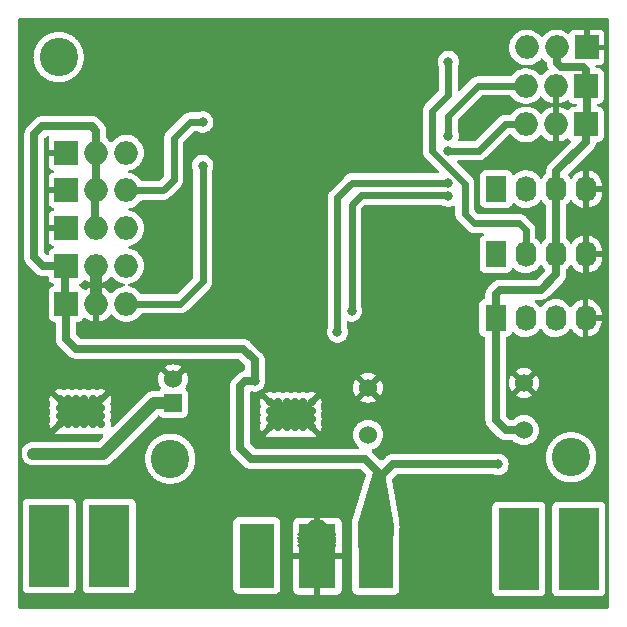
<source format=gbr>
%TF.GenerationSoftware,KiCad,Pcbnew,7.0.1*%
%TF.CreationDate,2023-08-30T01:06:13-03:00*%
%TF.ProjectId,Wakanda_MultiRobot,57616b61-6e64-4615-9f4d-756c7469526f,rev?*%
%TF.SameCoordinates,Original*%
%TF.FileFunction,Copper,L2,Bot*%
%TF.FilePolarity,Positive*%
%FSLAX46Y46*%
G04 Gerber Fmt 4.6, Leading zero omitted, Abs format (unit mm)*
G04 Created by KiCad (PCBNEW 7.0.1) date 2023-08-30 01:06:13*
%MOMM*%
%LPD*%
G01*
G04 APERTURE LIST*
%TA.AperFunction,ComponentPad*%
%ADD10C,0.700000*%
%TD*%
%TA.AperFunction,ComponentPad*%
%ADD11R,3.000000X5.500000*%
%TD*%
%TA.AperFunction,ComponentPad*%
%ADD12R,3.100000X5.500000*%
%TD*%
%TA.AperFunction,ComponentPad*%
%ADD13R,1.750000X2.200000*%
%TD*%
%TA.AperFunction,ComponentPad*%
%ADD14O,1.750000X2.200000*%
%TD*%
%TA.AperFunction,ComponentPad*%
%ADD15R,3.500000X7.000000*%
%TD*%
%TA.AperFunction,ComponentPad*%
%ADD16R,2.000000X2.000000*%
%TD*%
%TA.AperFunction,ComponentPad*%
%ADD17O,2.000000X2.000000*%
%TD*%
%TA.AperFunction,ComponentPad*%
%ADD18C,1.524000*%
%TD*%
%TA.AperFunction,ComponentPad*%
%ADD19C,3.250000*%
%TD*%
%TA.AperFunction,ComponentPad*%
%ADD20R,1.524000X1.524000*%
%TD*%
%TA.AperFunction,ViaPad*%
%ADD21C,0.800000*%
%TD*%
%TA.AperFunction,Conductor*%
%ADD22C,1.000000*%
%TD*%
%TA.AperFunction,Conductor*%
%ADD23C,0.700000*%
%TD*%
%TA.AperFunction,Conductor*%
%ADD24C,0.600000*%
%TD*%
G04 APERTURE END LIST*
D10*
%TO.P,J1,1*%
%TO.N,Vin*%
X159260000Y-103170000D03*
X159260000Y-103790000D03*
X159260000Y-104390000D03*
X159260000Y-105010000D03*
X159860000Y-103170000D03*
X159860000Y-103790000D03*
X159860000Y-104390000D03*
X159860000Y-105010000D03*
D11*
X160180000Y-105520000D03*
D10*
X160460000Y-103150000D03*
X160460000Y-103770000D03*
X160460000Y-104370000D03*
X160460000Y-104990000D03*
X161060000Y-103170000D03*
X161060000Y-103790000D03*
X161060000Y-104390000D03*
X161060000Y-105010000D03*
%TO.P,J1,2*%
%TO.N,GND*%
X164360000Y-103250000D03*
X164360000Y-103870000D03*
X164360000Y-104470000D03*
X164360000Y-105090000D03*
X164960000Y-103250000D03*
X164960000Y-103870000D03*
X164960000Y-104470000D03*
X164960000Y-105090000D03*
D12*
X165310000Y-105570000D03*
D10*
X165560000Y-103250000D03*
X165560000Y-103870000D03*
X165560000Y-104470000D03*
X165560000Y-105090000D03*
X166160000Y-103250000D03*
X166160000Y-103870000D03*
X166160000Y-104470000D03*
X166160000Y-105070000D03*
%TO.P,J1,3*%
%TO.N,+5V*%
X169470000Y-103870000D03*
X169470000Y-105140000D03*
X169490000Y-103270000D03*
X169490000Y-104540000D03*
X170040000Y-103870000D03*
X170040000Y-105140000D03*
X170060000Y-103270000D03*
X170060000Y-104540000D03*
D11*
X170250000Y-105570000D03*
D10*
X170670000Y-103870000D03*
X170670000Y-105140000D03*
X170690000Y-103270000D03*
X170690000Y-104540000D03*
X171270000Y-103870000D03*
X171270000Y-105140000D03*
X171290000Y-103270000D03*
X171290000Y-104540000D03*
%TD*%
D13*
%TO.P,J9,1*%
%TO.N,/RXD*%
X180440000Y-74500000D03*
D14*
%TO.P,J9,2*%
%TO.N,/TXD*%
X182980000Y-74500000D03*
%TO.P,J9,3*%
%TO.N,+5V*%
X185520000Y-74500000D03*
%TO.P,J9,4*%
%TO.N,GND*%
X188060000Y-74500000D03*
%TD*%
D10*
%TO.P,J12,1*%
%TO.N,Net-(U3-OUT1)*%
X181500000Y-102880000D03*
X181500000Y-103500000D03*
X181500000Y-104100000D03*
X181500000Y-104720000D03*
X182100000Y-102880000D03*
X182100000Y-103500000D03*
X182100000Y-104100000D03*
X182100000Y-104720000D03*
D15*
X182360000Y-104960000D03*
D10*
X182700000Y-102860000D03*
X182700000Y-103480000D03*
X182700000Y-104080000D03*
X182700000Y-104700000D03*
X183300000Y-102880000D03*
X183300000Y-103500000D03*
X183300000Y-104100000D03*
X183300000Y-104720000D03*
%TO.P,J12,2*%
%TO.N,Net-(U3-OUT2)*%
X186600000Y-102880000D03*
X186600000Y-103500000D03*
X186600000Y-104100000D03*
X186600000Y-104720000D03*
X187200000Y-102880000D03*
X187200000Y-103500000D03*
X187200000Y-104100000D03*
X187200000Y-104720000D03*
D15*
X187440000Y-104960000D03*
D10*
X187800000Y-102880000D03*
X187800000Y-103500000D03*
X187800000Y-104100000D03*
X187800000Y-104720000D03*
X188400000Y-102880000D03*
X188400000Y-103500000D03*
X188400000Y-104100000D03*
X188400000Y-104720000D03*
%TD*%
D16*
%TO.P,J4,1,P1*%
%TO.N,GND*%
X144060000Y-71400000D03*
D17*
%TO.P,J4,2,P2*%
%TO.N,+5V*%
X146600000Y-71400000D03*
%TO.P,J4,3,P3*%
%TO.N,/SENSOR5*%
X149140000Y-71400000D03*
%TD*%
D18*
%TO.P,C10,1*%
%TO.N,+5V*%
X182800000Y-94900000D03*
%TO.P,C10,2*%
%TO.N,GND*%
X182800000Y-90900000D03*
%TD*%
D16*
%TO.P,J2,1,P1*%
%TO.N,+5V*%
X144060000Y-84200000D03*
D17*
%TO.P,J2,2,P2*%
%TO.N,GND*%
X146600000Y-84200000D03*
%TO.P,J2,3,P3*%
%TO.N,/SENSOR2*%
X149140000Y-84200000D03*
%TD*%
D18*
%TO.P,C9,1*%
%TO.N,+3V3*%
X169600000Y-95300000D03*
%TO.P,C9,2*%
%TO.N,GND*%
X169600000Y-91300000D03*
%TD*%
D16*
%TO.P,J3,1,P1*%
%TO.N,+5V*%
X144060000Y-81000000D03*
D17*
%TO.P,J3,2,P2*%
%TO.N,GND*%
X146600000Y-81000000D03*
%TO.P,J3,3,P3*%
%TO.N,/SENSOR1*%
X149140000Y-81000000D03*
%TD*%
D10*
%TO.P,U3,1,GND*%
%TO.N,GND*%
X164810000Y-94640000D03*
X164810000Y-93940000D03*
X164810000Y-93240000D03*
X164810000Y-92540000D03*
X164110000Y-94640000D03*
X164110000Y-93940000D03*
X164110000Y-93240000D03*
X164110000Y-92540000D03*
X163410000Y-94640000D03*
X163410000Y-93940000D03*
X163410000Y-93240000D03*
X163410000Y-92540000D03*
X162710000Y-94640000D03*
X162710000Y-93940000D03*
X162710000Y-93240000D03*
X162710000Y-92540000D03*
X162010000Y-94640000D03*
X162010000Y-93940000D03*
X162010000Y-93240000D03*
X162010000Y-92540000D03*
X161310000Y-94640000D03*
X161310000Y-93940000D03*
X161310000Y-93240000D03*
X161310000Y-92540000D03*
%TD*%
D19*
%TO.P,P3,1*%
%TO.N,N/C*%
X186790000Y-97190000D03*
%TD*%
D20*
%TO.P,C3,1*%
%TO.N,Vin*%
X153100000Y-92600000D03*
D18*
%TO.P,C3,2*%
%TO.N,GND*%
X153100000Y-90600000D03*
%TD*%
D13*
%TO.P,J10,1,Pin_1*%
%TO.N,/SDA*%
X180420000Y-80000000D03*
D14*
%TO.P,J10,2,Pin_2*%
%TO.N,/SCL*%
X182960000Y-80000000D03*
%TO.P,J10,3,Pin_3*%
%TO.N,+5V*%
X185500000Y-80000000D03*
%TO.P,J10,4,Pin_4*%
%TO.N,GND*%
X188040000Y-80000000D03*
%TD*%
D16*
%TO.P,J7,1,P1*%
%TO.N,GND*%
X188115000Y-62500000D03*
D17*
%TO.P,J7,2,P2*%
%TO.N,+5V*%
X185575000Y-62500000D03*
%TO.P,J7,3,P3*%
%TO.N,/TATAMI_FD*%
X183035000Y-62500000D03*
%TD*%
D13*
%TO.P,J14,1,Pin_1*%
%TO.N,+5V*%
X180390000Y-85400000D03*
D14*
%TO.P,J14,2,Pin_2*%
%TO.N,/GPIO4*%
X182930000Y-85400000D03*
%TO.P,J14,3,Pin_3*%
%TO.N,/GPIO5*%
X185470000Y-85400000D03*
%TO.P,J14,4,Pin_4*%
%TO.N,GND*%
X188010000Y-85400000D03*
%TD*%
D16*
%TO.P,J6,1,P1*%
%TO.N,+5V*%
X188040000Y-69000000D03*
D17*
%TO.P,J6,2,P2*%
%TO.N,GND*%
X185500000Y-69000000D03*
%TO.P,J6,3,P3*%
%TO.N,/SENSOR4*%
X182960000Y-69000000D03*
%TD*%
D10*
%TO.P,U2,1,GND*%
%TO.N,GND*%
X146975000Y-94400000D03*
X146975000Y-93700000D03*
X146975000Y-93000000D03*
X146975000Y-92300000D03*
X146275000Y-94400000D03*
X146275000Y-93700000D03*
X146275000Y-93000000D03*
X146275000Y-92300000D03*
X145575000Y-94400000D03*
X145575000Y-93700000D03*
X145575000Y-93000000D03*
X145575000Y-92300000D03*
X144875000Y-94400000D03*
X144875000Y-93700000D03*
X144875000Y-93000000D03*
X144875000Y-92300000D03*
X144175000Y-94400000D03*
X144175000Y-93700000D03*
X144175000Y-93000000D03*
X144175000Y-92300000D03*
X143475000Y-94400000D03*
X143475000Y-93700000D03*
X143475000Y-93000000D03*
X143475000Y-92300000D03*
%TD*%
D16*
%TO.P,J5,1,P1*%
%TO.N,+5V*%
X188040000Y-65750000D03*
D17*
%TO.P,J5,2,P2*%
%TO.N,GND*%
X185500000Y-65750000D03*
%TO.P,J5,3,P3*%
%TO.N,/SENSOR3*%
X182960000Y-65750000D03*
%TD*%
D19*
%TO.P,P2,1*%
%TO.N,N/C*%
X152850000Y-97310000D03*
%TD*%
D16*
%TO.P,SW1,1,P1*%
%TO.N,GND*%
X144060000Y-74600000D03*
D17*
%TO.P,SW1,2,P2*%
%TO.N,+5V*%
X146600000Y-74600000D03*
%TO.P,SW1,3,P3*%
%TO.N,/START*%
X149140000Y-74600000D03*
%TD*%
D16*
%TO.P,J8,1,P1*%
%TO.N,GND*%
X144060000Y-77800000D03*
D17*
%TO.P,J8,2,P2*%
%TO.N,+5V*%
X146600000Y-77800000D03*
%TO.P,J8,3,P3*%
%TO.N,/TATAMI_FI*%
X149140000Y-77800000D03*
%TD*%
D19*
%TO.P,P4,1*%
%TO.N,N/C*%
X143400000Y-63300000D03*
%TD*%
D10*
%TO.P,J11,1*%
%TO.N,Net-(U2-OUT1)*%
X141750000Y-102630000D03*
X141750000Y-103250000D03*
X141750000Y-103850000D03*
X141750000Y-104470000D03*
X142350000Y-102630000D03*
X142350000Y-103250000D03*
X142350000Y-103850000D03*
X142350000Y-104470000D03*
D15*
X142610000Y-104710000D03*
D10*
X142950000Y-102610000D03*
X142950000Y-103230000D03*
X142950000Y-103830000D03*
X142950000Y-104450000D03*
X143550000Y-102630000D03*
X143550000Y-103250000D03*
X143550000Y-103850000D03*
X143550000Y-104470000D03*
%TO.P,J11,2*%
%TO.N,Net-(U2-OUT2)*%
X146850000Y-102630000D03*
X146850000Y-103250000D03*
X146850000Y-103850000D03*
X146850000Y-104470000D03*
X147450000Y-102630000D03*
X147450000Y-103250000D03*
X147450000Y-103850000D03*
X147450000Y-104470000D03*
D15*
X147690000Y-104710000D03*
D10*
X148050000Y-102630000D03*
X148050000Y-103250000D03*
X148050000Y-103850000D03*
X148050000Y-104470000D03*
X148650000Y-102630000D03*
X148650000Y-103250000D03*
X148650000Y-103850000D03*
X148650000Y-104470000D03*
%TD*%
D21*
%TO.N,Vin*%
X141260000Y-96880000D03*
%TO.N,+5V*%
X160000000Y-90750000D03*
X180600000Y-97800000D03*
%TO.N,/SENSOR2*%
X155600000Y-72500000D03*
%TO.N,/SENSOR3*%
X176400000Y-70000000D03*
%TO.N,/SENSOR4*%
X176400000Y-71250000D03*
%TO.N,/SCL*%
X176400000Y-63700000D03*
%TO.N,/START*%
X155600000Y-68800000D03*
%TO.N,/M_DER_B*%
X176400000Y-75100000D03*
X168200000Y-84800000D03*
%TO.N,/M_DER_A*%
X176385000Y-73985000D03*
X167000000Y-86600000D03*
%TD*%
D22*
%TO.N,GND*%
X146600000Y-84200000D02*
X146600000Y-81000000D01*
%TO.N,Vin*%
X151440000Y-92600000D02*
X153100000Y-92600000D01*
X147160000Y-96880000D02*
X151440000Y-92600000D01*
X141260000Y-96880000D02*
X147160000Y-96880000D01*
D23*
%TO.N,+5V*%
X185500000Y-81720000D02*
X185500000Y-80000000D01*
X184220000Y-83000000D02*
X185500000Y-81720000D01*
X182800000Y-94900000D02*
X181270000Y-94900000D01*
X188040000Y-70470000D02*
X185520000Y-72990000D01*
X144860000Y-88000000D02*
X144000000Y-87140000D01*
X180590000Y-97790000D02*
X180600000Y-97800000D01*
X146190000Y-69150000D02*
X146600000Y-69560000D01*
X188143000Y-68897000D02*
X188040000Y-69000000D01*
X185520000Y-72990000D02*
X185520000Y-74500000D01*
X188040000Y-69000000D02*
X188040000Y-70470000D01*
X169340000Y-97330000D02*
X159680000Y-97330000D01*
X141340000Y-69830000D02*
X142020000Y-69150000D01*
X188040000Y-65750000D02*
X188143000Y-65853000D01*
X180390000Y-83400000D02*
X180790000Y-83000000D01*
X146500000Y-74700000D02*
X146600000Y-74600000D01*
X143960000Y-84100000D02*
X143960000Y-81100000D01*
X170580000Y-98880000D02*
X170580000Y-98570000D01*
X185975000Y-64175000D02*
X187800000Y-64175000D01*
X187800000Y-64175000D02*
X188040000Y-64415000D01*
X144000000Y-84260000D02*
X144060000Y-84200000D01*
X143960000Y-81100000D02*
X144060000Y-81000000D01*
X160000000Y-90750000D02*
X160000000Y-89000000D01*
X146500000Y-77700000D02*
X146500000Y-74700000D01*
X170580000Y-98570000D02*
X169340000Y-97330000D01*
X141340000Y-80250000D02*
X141340000Y-69830000D01*
X158750000Y-96400000D02*
X158750000Y-91200000D01*
X181270000Y-94900000D02*
X180390000Y-94020000D01*
X159000000Y-88000000D02*
X144860000Y-88000000D01*
X144060000Y-81000000D02*
X142090000Y-81000000D01*
X146600000Y-69560000D02*
X146600000Y-71400000D01*
X144060000Y-84200000D02*
X143960000Y-84100000D01*
X180390000Y-85400000D02*
X180390000Y-83400000D01*
X188040000Y-64415000D02*
X188040000Y-65750000D01*
X180790000Y-83000000D02*
X184220000Y-83000000D01*
X185575000Y-62500000D02*
X185575000Y-63775000D01*
X146600000Y-71400000D02*
X146600000Y-74600000D01*
X160000000Y-89000000D02*
X159000000Y-88000000D01*
X142090000Y-81000000D02*
X141340000Y-80250000D01*
X170580000Y-98880000D02*
X171670000Y-97790000D01*
X159200000Y-90750000D02*
X160000000Y-90750000D01*
X142020000Y-69150000D02*
X146190000Y-69150000D01*
X170580000Y-106500000D02*
X170580000Y-98880000D01*
X159680000Y-97330000D02*
X158750000Y-96400000D01*
X185520000Y-74500000D02*
X185500000Y-74520000D01*
X185500000Y-74520000D02*
X185500000Y-80000000D01*
X144000000Y-87140000D02*
X144000000Y-84260000D01*
X158750000Y-91200000D02*
X159200000Y-90750000D01*
X146600000Y-77800000D02*
X146500000Y-77700000D01*
X188143000Y-65853000D02*
X188143000Y-68897000D01*
X171670000Y-97790000D02*
X180590000Y-97790000D01*
X180390000Y-94020000D02*
X180390000Y-85400000D01*
X185575000Y-63775000D02*
X185975000Y-64175000D01*
D24*
%TO.N,/SENSOR2*%
X155600000Y-82300000D02*
X155600000Y-72500000D01*
X149140000Y-84200000D02*
X153700000Y-84200000D01*
X153700000Y-84200000D02*
X155600000Y-82300000D01*
%TO.N,/SENSOR3*%
X178930000Y-65750000D02*
X182960000Y-65750000D01*
X176400000Y-68280000D02*
X178930000Y-65750000D01*
X176400000Y-70000000D02*
X176400000Y-68280000D01*
%TO.N,/SENSOR4*%
X181200000Y-69000000D02*
X182960000Y-69000000D01*
X176400000Y-71250000D02*
X178950000Y-71250000D01*
X178950000Y-71250000D02*
X181200000Y-69000000D01*
%TO.N,/SCL*%
X176400000Y-66500000D02*
X175050000Y-67850000D01*
X177800000Y-74030000D02*
X177800000Y-76600000D01*
X176400000Y-63700000D02*
X176400000Y-66500000D01*
X178600000Y-77400000D02*
X182400000Y-77400000D01*
X182400000Y-77400000D02*
X182960000Y-77960000D01*
X175050000Y-71280000D02*
X177800000Y-74030000D01*
X177800000Y-76600000D02*
X178600000Y-77400000D01*
X175050000Y-67850000D02*
X175050000Y-71280000D01*
X182960000Y-77960000D02*
X182960000Y-80000000D01*
%TO.N,/START*%
X153140000Y-73700000D02*
X152240000Y-74600000D01*
X154500000Y-68800000D02*
X153140000Y-70160000D01*
X152240000Y-74600000D02*
X149140000Y-74600000D01*
X153140000Y-70160000D02*
X153140000Y-73700000D01*
X155600000Y-68800000D02*
X154500000Y-68800000D01*
%TO.N,/M_DER_B*%
X169000000Y-75000000D02*
X168200000Y-75800000D01*
X176300000Y-75000000D02*
X169000000Y-75000000D01*
X168200000Y-75800000D02*
X168200000Y-84800000D01*
X176400000Y-75100000D02*
X176300000Y-75000000D01*
%TO.N,/M_DER_A*%
X176340000Y-73940000D02*
X168230000Y-73940000D01*
X168230000Y-73940000D02*
X168230000Y-73970000D01*
X167000000Y-75200000D02*
X167000000Y-86600000D01*
X168230000Y-73970000D02*
X167000000Y-75200000D01*
X176385000Y-73985000D02*
X176340000Y-73940000D01*
%TD*%
%TA.AperFunction,Conductor*%
%TO.N,GND*%
G36*
X147960887Y-81934617D02*
G01*
X148120021Y-82107483D01*
X148120259Y-82107741D01*
X148316485Y-82260470D01*
X148316487Y-82260471D01*
X148316491Y-82260474D01*
X148535190Y-82378828D01*
X148770386Y-82459571D01*
X148850809Y-82472991D01*
X148878974Y-82477691D01*
X148941028Y-82507394D01*
X148977698Y-82565602D01*
X148977698Y-82634398D01*
X148941028Y-82692606D01*
X148878974Y-82722309D01*
X148770384Y-82740429D01*
X148535194Y-82821170D01*
X148535190Y-82821171D01*
X148535190Y-82821172D01*
X148495864Y-82842454D01*
X148316485Y-82939529D01*
X148120259Y-83092259D01*
X147960890Y-83265379D01*
X147903401Y-83300717D01*
X147835919Y-83300717D01*
X147778431Y-83265379D01*
X147619407Y-83092634D01*
X147423233Y-82939946D01*
X147204606Y-82821631D01*
X146969492Y-82740916D01*
X146857985Y-82722309D01*
X146795931Y-82692606D01*
X146759261Y-82634398D01*
X146759261Y-82565602D01*
X146795931Y-82507394D01*
X146857985Y-82477691D01*
X146969492Y-82459083D01*
X147204606Y-82378368D01*
X147423233Y-82260053D01*
X147619403Y-82107368D01*
X147778430Y-81934619D01*
X147835919Y-81899281D01*
X147903401Y-81899281D01*
X147960887Y-81934617D01*
G37*
%TD.AperFunction*%
%TA.AperFunction,Conductor*%
G36*
X145693396Y-82195164D02*
G01*
X145776767Y-82260054D01*
X145995393Y-82378368D01*
X146230506Y-82459083D01*
X146342015Y-82477691D01*
X146404068Y-82507394D01*
X146440738Y-82565602D01*
X146440738Y-82634398D01*
X146404068Y-82692606D01*
X146342015Y-82722309D01*
X146230506Y-82740916D01*
X145995393Y-82821631D01*
X145776766Y-82939946D01*
X145693396Y-83004835D01*
X145640966Y-83028689D01*
X145583416Y-83026280D01*
X145533163Y-82998129D01*
X145515210Y-82971395D01*
X145514480Y-82971942D01*
X145503796Y-82957671D01*
X145503796Y-82957669D01*
X145417546Y-82842454D01*
X145302331Y-82756204D01*
X145256016Y-82738929D01*
X145195025Y-82716181D01*
X145145815Y-82682531D01*
X145117995Y-82629806D01*
X145117995Y-82570191D01*
X145145816Y-82517466D01*
X145195024Y-82483818D01*
X145302331Y-82443796D01*
X145417546Y-82357546D01*
X145503796Y-82242331D01*
X145503796Y-82242328D01*
X145514480Y-82228058D01*
X145515210Y-82228604D01*
X145533161Y-82201872D01*
X145583414Y-82173719D01*
X145640966Y-82171310D01*
X145693396Y-82195164D01*
G37*
%TD.AperFunction*%
%TA.AperFunction,Conductor*%
G36*
X142554240Y-70014624D02*
G01*
X142598621Y-70053780D01*
X142619798Y-70109047D01*
X142612947Y-70167834D01*
X142566402Y-70292624D01*
X142560000Y-70352176D01*
X142560000Y-71150000D01*
X144186000Y-71150000D01*
X144248000Y-71166613D01*
X144293387Y-71212000D01*
X144310000Y-71274000D01*
X144310000Y-71526000D01*
X144293387Y-71588000D01*
X144248000Y-71633387D01*
X144186000Y-71650000D01*
X142560000Y-71650000D01*
X142560000Y-72447824D01*
X142566402Y-72507375D01*
X142616647Y-72642089D01*
X142702811Y-72757188D01*
X142817911Y-72843352D01*
X142926403Y-72883818D01*
X142975613Y-72917467D01*
X143003433Y-72970193D01*
X143003433Y-73029807D01*
X142975613Y-73082533D01*
X142926403Y-73116182D01*
X142817911Y-73156647D01*
X142702811Y-73242811D01*
X142616647Y-73357910D01*
X142566402Y-73492624D01*
X142560000Y-73552176D01*
X142560000Y-74350000D01*
X144186000Y-74350000D01*
X144248000Y-74366613D01*
X144293387Y-74412000D01*
X144310000Y-74474000D01*
X144310000Y-74726000D01*
X144293387Y-74788000D01*
X144248000Y-74833387D01*
X144186000Y-74850000D01*
X142560000Y-74850000D01*
X142560000Y-75647824D01*
X142566402Y-75707375D01*
X142616647Y-75842089D01*
X142702811Y-75957188D01*
X142817911Y-76043352D01*
X142926403Y-76083818D01*
X142975613Y-76117467D01*
X143003433Y-76170193D01*
X143003433Y-76229807D01*
X142975613Y-76282533D01*
X142926403Y-76316182D01*
X142817911Y-76356647D01*
X142702811Y-76442811D01*
X142616647Y-76557910D01*
X142566402Y-76692624D01*
X142560000Y-76752176D01*
X142560000Y-77550000D01*
X144186000Y-77550000D01*
X144248000Y-77566613D01*
X144293387Y-77612000D01*
X144310000Y-77674000D01*
X144310000Y-77926000D01*
X144293387Y-77988000D01*
X144248000Y-78033387D01*
X144186000Y-78050000D01*
X142560000Y-78050000D01*
X142560000Y-78847824D01*
X142566402Y-78907375D01*
X142616647Y-79042089D01*
X142702811Y-79157188D01*
X142817911Y-79243352D01*
X142925688Y-79283551D01*
X142974899Y-79317200D01*
X143002719Y-79369925D01*
X143002719Y-79429540D01*
X142974899Y-79482265D01*
X142925689Y-79515915D01*
X142817669Y-79556204D01*
X142702454Y-79642454D01*
X142616204Y-79757668D01*
X142565909Y-79892516D01*
X142559500Y-79952131D01*
X142559500Y-79967350D01*
X142545985Y-80023645D01*
X142508385Y-80067668D01*
X142454898Y-80089823D01*
X142397182Y-80085281D01*
X142347821Y-80055033D01*
X142226816Y-79934027D01*
X142199939Y-79893802D01*
X142190500Y-79846349D01*
X142190500Y-70233651D01*
X142199939Y-70186198D01*
X142226819Y-70145970D01*
X142335970Y-70036819D01*
X142376198Y-70009939D01*
X142423651Y-70000500D01*
X142496765Y-70000500D01*
X142554240Y-70014624D01*
G37*
%TD.AperFunction*%
%TA.AperFunction,Conductor*%
G36*
X185688000Y-65516613D02*
G01*
X185733387Y-65562000D01*
X185750000Y-65624000D01*
X185750000Y-67229023D01*
X185869491Y-67209083D01*
X186104606Y-67128368D01*
X186323233Y-67010053D01*
X186406602Y-66945165D01*
X186459030Y-66921311D01*
X186516579Y-66923717D01*
X186566832Y-66951866D01*
X186584789Y-66978604D01*
X186585520Y-66978058D01*
X186596203Y-66992328D01*
X186596204Y-66992331D01*
X186682454Y-67107546D01*
X186797669Y-67193796D01*
X186932517Y-67244091D01*
X186992127Y-67250500D01*
X187168500Y-67250500D01*
X187230500Y-67267113D01*
X187275887Y-67312500D01*
X187292500Y-67374500D01*
X187292500Y-67375501D01*
X187275887Y-67437501D01*
X187230500Y-67482888D01*
X187168500Y-67499501D01*
X186992128Y-67499501D01*
X186962322Y-67502704D01*
X186932515Y-67505909D01*
X186838658Y-67540916D01*
X186797669Y-67556204D01*
X186682454Y-67642454D01*
X186596204Y-67757669D01*
X186596203Y-67757670D01*
X186585520Y-67771942D01*
X186584789Y-67771395D01*
X186566830Y-67798135D01*
X186516577Y-67826282D01*
X186459029Y-67828688D01*
X186406603Y-67804835D01*
X186323232Y-67739945D01*
X186104606Y-67621631D01*
X185869491Y-67540916D01*
X185750000Y-67520976D01*
X185750000Y-70479023D01*
X185869491Y-70459083D01*
X186104606Y-70378368D01*
X186323233Y-70260053D01*
X186406602Y-70195165D01*
X186459030Y-70171311D01*
X186516579Y-70173717D01*
X186566832Y-70201866D01*
X186584789Y-70228604D01*
X186585520Y-70228058D01*
X186596203Y-70242329D01*
X186596204Y-70242331D01*
X186682454Y-70357546D01*
X186682455Y-70357547D01*
X186720708Y-70386183D01*
X186755230Y-70426023D01*
X186770082Y-70476604D01*
X186762580Y-70528784D01*
X186734079Y-70573131D01*
X184946610Y-72360599D01*
X184939208Y-72367424D01*
X184898898Y-72401664D01*
X184850922Y-72464773D01*
X184848859Y-72467412D01*
X184799086Y-72529335D01*
X184786998Y-72548824D01*
X184786946Y-72548935D01*
X184786946Y-72548936D01*
X184762289Y-72602231D01*
X184753644Y-72620916D01*
X184752194Y-72623941D01*
X184716908Y-72695090D01*
X184709293Y-72716719D01*
X184692219Y-72794283D01*
X184691453Y-72797549D01*
X184672289Y-72874610D01*
X184669500Y-72897390D01*
X184669500Y-72976773D01*
X184669455Y-72980130D01*
X184667303Y-73059551D01*
X184669500Y-73082650D01*
X184669500Y-73135125D01*
X184658492Y-73186201D01*
X184627424Y-73228208D01*
X184523357Y-73319798D01*
X184376264Y-73501968D01*
X184357491Y-73535575D01*
X184314252Y-73580690D01*
X184254500Y-73598988D01*
X184193413Y-73585823D01*
X184146503Y-73544537D01*
X184054057Y-73407759D01*
X183892043Y-73238716D01*
X183703792Y-73099487D01*
X183494718Y-72994074D01*
X183270837Y-72925511D01*
X183270836Y-72925510D01*
X183038589Y-72895771D01*
X183038585Y-72895771D01*
X182804658Y-72905707D01*
X182640011Y-72941191D01*
X182575766Y-72955038D01*
X182575765Y-72955038D01*
X182575762Y-72955039D01*
X182358509Y-73042338D01*
X182159123Y-73165105D01*
X181994995Y-73309555D01*
X181942286Y-73336980D01*
X181882870Y-73336737D01*
X181830388Y-73308879D01*
X181796890Y-73259805D01*
X181789025Y-73238717D01*
X181758796Y-73157669D01*
X181672546Y-73042454D01*
X181557331Y-72956204D01*
X181422483Y-72905909D01*
X181362873Y-72899500D01*
X181362869Y-72899500D01*
X179517130Y-72899500D01*
X179457515Y-72905909D01*
X179322669Y-72956204D01*
X179207454Y-73042454D01*
X179121204Y-73157668D01*
X179070947Y-73292413D01*
X179070909Y-73292517D01*
X179064964Y-73347818D01*
X179064500Y-73352130D01*
X179064500Y-75647869D01*
X179070909Y-75707484D01*
X179090834Y-75760906D01*
X179121204Y-75842331D01*
X179207454Y-75957546D01*
X179322669Y-76043796D01*
X179457517Y-76094091D01*
X179517127Y-76100500D01*
X181362872Y-76100499D01*
X181422483Y-76094091D01*
X181557331Y-76043796D01*
X181672546Y-75957546D01*
X181758796Y-75842331D01*
X181798136Y-75736852D01*
X181833613Y-75686045D01*
X181889247Y-75658748D01*
X181951142Y-75661781D01*
X182003840Y-75694386D01*
X182016637Y-75707738D01*
X182067956Y-75761283D01*
X182256208Y-75900513D01*
X182465282Y-76005926D01*
X182689163Y-76074489D01*
X182921411Y-76104229D01*
X183155345Y-76094292D01*
X183384234Y-76044962D01*
X183601494Y-75957660D01*
X183800875Y-75834896D01*
X183976641Y-75680203D01*
X184002747Y-75647872D01*
X184047921Y-75591924D01*
X184123735Y-75498030D01*
X184142507Y-75464425D01*
X184185745Y-75419310D01*
X184245497Y-75401011D01*
X184306585Y-75414176D01*
X184353496Y-75455462D01*
X184445942Y-75592240D01*
X184615023Y-75768657D01*
X184640558Y-75808223D01*
X184649500Y-75854457D01*
X184649500Y-78635125D01*
X184638492Y-78686201D01*
X184607424Y-78728208D01*
X184503357Y-78819798D01*
X184356264Y-79001968D01*
X184337491Y-79035575D01*
X184294252Y-79080690D01*
X184234500Y-79098988D01*
X184173413Y-79085823D01*
X184126503Y-79044537D01*
X184034057Y-78907759D01*
X183872043Y-78738716D01*
X183810766Y-78693396D01*
X183773777Y-78649525D01*
X183760500Y-78593700D01*
X183760500Y-77869807D01*
X183751982Y-77832487D01*
X183749653Y-77818776D01*
X183745368Y-77780745D01*
X183732725Y-77744613D01*
X183728881Y-77731276D01*
X183720360Y-77693939D01*
X183718703Y-77690499D01*
X183703748Y-77659441D01*
X183698428Y-77646597D01*
X183685790Y-77610480D01*
X183665425Y-77578069D01*
X183658699Y-77565898D01*
X183642092Y-77531414D01*
X183618229Y-77501491D01*
X183610181Y-77490149D01*
X183589815Y-77457737D01*
X182951693Y-76819615D01*
X182951691Y-76819612D01*
X182934252Y-76802174D01*
X182934252Y-76802173D01*
X182902262Y-76770184D01*
X182873603Y-76752176D01*
X182869849Y-76749817D01*
X182858511Y-76741772D01*
X182828586Y-76717908D01*
X182794095Y-76701298D01*
X182781933Y-76694576D01*
X182766327Y-76684770D01*
X182749520Y-76674209D01*
X182713398Y-76661570D01*
X182700553Y-76656250D01*
X182666058Y-76639638D01*
X182628736Y-76631119D01*
X182615380Y-76627272D01*
X182579252Y-76614631D01*
X182541219Y-76610345D01*
X182527518Y-76608017D01*
X182490196Y-76599500D01*
X182490194Y-76599500D01*
X182444954Y-76599500D01*
X178982940Y-76599500D01*
X178935487Y-76590061D01*
X178895259Y-76563181D01*
X178636819Y-76304741D01*
X178609939Y-76264513D01*
X178600500Y-76217060D01*
X178600500Y-73939804D01*
X178591982Y-73902488D01*
X178589655Y-73888800D01*
X178585368Y-73850745D01*
X178572724Y-73814610D01*
X178568875Y-73801249D01*
X178566321Y-73790061D01*
X178560359Y-73763939D01*
X178543754Y-73729458D01*
X178538433Y-73716614D01*
X178525789Y-73680478D01*
X178505418Y-73648058D01*
X178498698Y-73635899D01*
X178482091Y-73601413D01*
X178482090Y-73601412D01*
X178482090Y-73601411D01*
X178458225Y-73571486D01*
X178450177Y-73560143D01*
X178436981Y-73539142D01*
X178429816Y-73527738D01*
X178302262Y-73400184D01*
X177164259Y-72262181D01*
X177134009Y-72212818D01*
X177129467Y-72155102D01*
X177151622Y-72101615D01*
X177195645Y-72064015D01*
X177251940Y-72050500D01*
X179040195Y-72050500D01*
X179051009Y-72048031D01*
X179077520Y-72041980D01*
X179091197Y-72039655D01*
X179129255Y-72035368D01*
X179165399Y-72022720D01*
X179178721Y-72018882D01*
X179216061Y-72010360D01*
X179250549Y-71993750D01*
X179263391Y-71988431D01*
X179299522Y-71975789D01*
X179331932Y-71955423D01*
X179344103Y-71948697D01*
X179378587Y-71932091D01*
X179408515Y-71908222D01*
X179419834Y-71900190D01*
X179452262Y-71879816D01*
X179579816Y-71752262D01*
X179579816Y-71752261D01*
X181495258Y-69836819D01*
X181535487Y-69809939D01*
X181582940Y-69800500D01*
X181623531Y-69800500D01*
X181682548Y-69815445D01*
X181727339Y-69856677D01*
X181771836Y-69924785D01*
X181940256Y-70107738D01*
X182000176Y-70154376D01*
X182136485Y-70260470D01*
X182136487Y-70260471D01*
X182136491Y-70260474D01*
X182355190Y-70378828D01*
X182590386Y-70459571D01*
X182835665Y-70500500D01*
X183084335Y-70500500D01*
X183329614Y-70459571D01*
X183564810Y-70378828D01*
X183783509Y-70260474D01*
X183979744Y-70107738D01*
X184139111Y-69934618D01*
X184196598Y-69899282D01*
X184264079Y-69899282D01*
X184321568Y-69934620D01*
X184480592Y-70107365D01*
X184676766Y-70260053D01*
X184895393Y-70378368D01*
X185130508Y-70459083D01*
X185249999Y-70479023D01*
X185250000Y-70479023D01*
X185250000Y-67520978D01*
X185249999Y-67520976D01*
X185130508Y-67540916D01*
X184895393Y-67621631D01*
X184676766Y-67739946D01*
X184480592Y-67892634D01*
X184321568Y-68065380D01*
X184264079Y-68100718D01*
X184196598Y-68100718D01*
X184139111Y-68065381D01*
X183979744Y-67892262D01*
X183979742Y-67892261D01*
X183979740Y-67892258D01*
X183783514Y-67739529D01*
X183783510Y-67739526D01*
X183783509Y-67739526D01*
X183564810Y-67621172D01*
X183564806Y-67621170D01*
X183564805Y-67621170D01*
X183329615Y-67540429D01*
X183084335Y-67499500D01*
X182835665Y-67499500D01*
X182590384Y-67540429D01*
X182355194Y-67621170D01*
X182136485Y-67739529D01*
X181940259Y-67892259D01*
X181940256Y-67892261D01*
X181940256Y-67892262D01*
X181771836Y-68075215D01*
X181727340Y-68143322D01*
X181682548Y-68184555D01*
X181623531Y-68199500D01*
X181109803Y-68199500D01*
X181072480Y-68208017D01*
X181058780Y-68210345D01*
X181020743Y-68214631D01*
X180984623Y-68227270D01*
X180971268Y-68231118D01*
X180933939Y-68239639D01*
X180899441Y-68256251D01*
X180886604Y-68261568D01*
X180850476Y-68274211D01*
X180818067Y-68294574D01*
X180805902Y-68301298D01*
X180771411Y-68317908D01*
X180741482Y-68341776D01*
X180730145Y-68349820D01*
X180697739Y-68370182D01*
X178654741Y-70413181D01*
X178614513Y-70440061D01*
X178567060Y-70449500D01*
X177371462Y-70449500D01*
X177315167Y-70435985D01*
X177271144Y-70398386D01*
X177248989Y-70344898D01*
X177253531Y-70287182D01*
X177272741Y-70228058D01*
X177285674Y-70188256D01*
X177305460Y-70000000D01*
X177285674Y-69811744D01*
X177227179Y-69631716D01*
X177217112Y-69614280D01*
X177200500Y-69552282D01*
X177200500Y-68662940D01*
X177209939Y-68615487D01*
X177236819Y-68575259D01*
X179225259Y-66586819D01*
X179265487Y-66559939D01*
X179312940Y-66550500D01*
X181623531Y-66550500D01*
X181682548Y-66565445D01*
X181727339Y-66606677D01*
X181771836Y-66674785D01*
X181940256Y-66857738D01*
X181940259Y-66857740D01*
X182136485Y-67010470D01*
X182136487Y-67010471D01*
X182136491Y-67010474D01*
X182355190Y-67128828D01*
X182590386Y-67209571D01*
X182835665Y-67250500D01*
X183084335Y-67250500D01*
X183329614Y-67209571D01*
X183564810Y-67128828D01*
X183783509Y-67010474D01*
X183979744Y-66857738D01*
X184139111Y-66684618D01*
X184196598Y-66649282D01*
X184264079Y-66649282D01*
X184321568Y-66684620D01*
X184480592Y-66857365D01*
X184676766Y-67010053D01*
X184895393Y-67128368D01*
X185130508Y-67209083D01*
X185249999Y-67229023D01*
X185250000Y-67229023D01*
X185250000Y-65624000D01*
X185266613Y-65562000D01*
X185312000Y-65516613D01*
X185374000Y-65500000D01*
X185626000Y-65500000D01*
X185688000Y-65516613D01*
G37*
%TD.AperFunction*%
%TA.AperFunction,Conductor*%
G36*
X189937500Y-60017113D02*
G01*
X189982887Y-60062500D01*
X189999500Y-60124500D01*
X189999500Y-109875500D01*
X189982887Y-109937500D01*
X189937500Y-109982887D01*
X189875500Y-109999500D01*
X140124500Y-109999500D01*
X140062500Y-109982887D01*
X140017113Y-109937500D01*
X140000500Y-109875500D01*
X140000500Y-108257869D01*
X140359500Y-108257869D01*
X140365909Y-108317484D01*
X140388288Y-108377484D01*
X140416204Y-108452331D01*
X140502454Y-108567546D01*
X140617669Y-108653796D01*
X140752517Y-108704091D01*
X140812127Y-108710500D01*
X144407872Y-108710499D01*
X144467483Y-108704091D01*
X144602331Y-108653796D01*
X144717546Y-108567546D01*
X144803796Y-108452331D01*
X144854091Y-108317483D01*
X144860500Y-108257873D01*
X144860500Y-108257869D01*
X145439500Y-108257869D01*
X145445909Y-108317484D01*
X145468288Y-108377484D01*
X145496204Y-108452331D01*
X145582454Y-108567546D01*
X145697669Y-108653796D01*
X145832517Y-108704091D01*
X145892127Y-108710500D01*
X149487872Y-108710499D01*
X149547483Y-108704091D01*
X149682331Y-108653796D01*
X149797546Y-108567546D01*
X149883796Y-108452331D01*
X149933947Y-108317869D01*
X158179500Y-108317869D01*
X158184876Y-108367872D01*
X158185909Y-108377483D01*
X158236204Y-108512331D01*
X158322454Y-108627546D01*
X158437669Y-108713796D01*
X158572517Y-108764091D01*
X158632127Y-108770500D01*
X161727872Y-108770499D01*
X161787483Y-108764091D01*
X161922331Y-108713796D01*
X162037546Y-108627546D01*
X162123796Y-108512331D01*
X162174091Y-108377483D01*
X162180500Y-108317873D01*
X162180499Y-105820000D01*
X163260000Y-105820000D01*
X163260000Y-108367824D01*
X163266402Y-108427375D01*
X163316647Y-108562089D01*
X163402811Y-108677188D01*
X163517910Y-108763352D01*
X163652624Y-108813597D01*
X163712176Y-108820000D01*
X165060000Y-108820000D01*
X165060000Y-105848651D01*
X165059999Y-105848649D01*
X165031350Y-105820000D01*
X165560000Y-105820000D01*
X165560000Y-108820000D01*
X166907824Y-108820000D01*
X166967375Y-108813597D01*
X167102089Y-108763352D01*
X167217188Y-108677188D01*
X167303352Y-108562089D01*
X167353597Y-108427375D01*
X167360000Y-108367824D01*
X167360000Y-105820000D01*
X165763554Y-105820000D01*
X165754903Y-105823583D01*
X165707452Y-105833021D01*
X165660001Y-105823583D01*
X165651350Y-105820000D01*
X165560000Y-105820000D01*
X165031350Y-105820000D01*
X164888651Y-105820000D01*
X164865863Y-105829439D01*
X164865469Y-105828489D01*
X164844642Y-105840515D01*
X164780454Y-105840515D01*
X164759626Y-105828489D01*
X164759233Y-105829439D01*
X164736445Y-105820000D01*
X163260000Y-105820000D01*
X162180499Y-105820000D01*
X162180499Y-105320000D01*
X163260000Y-105320000D01*
X164236447Y-105320000D01*
X164236447Y-105319999D01*
X163641579Y-104725132D01*
X163609485Y-104669544D01*
X163609485Y-104605357D01*
X163641579Y-104549769D01*
X163711349Y-104479999D01*
X163641579Y-104410229D01*
X163609485Y-104354642D01*
X163609485Y-104290454D01*
X163641579Y-104234867D01*
X163706446Y-104170000D01*
X163641579Y-104105133D01*
X163609485Y-104049546D01*
X163609485Y-103985358D01*
X163641579Y-103929771D01*
X163711350Y-103860000D01*
X163641579Y-103790229D01*
X163609485Y-103734642D01*
X163609485Y-103670454D01*
X163641579Y-103614867D01*
X164360000Y-102896447D01*
X164724867Y-102531579D01*
X164780454Y-102499485D01*
X164844642Y-102499485D01*
X164900229Y-102531579D01*
X164960000Y-102591350D01*
X165059999Y-102491350D01*
X165060000Y-102491350D01*
X165060000Y-102320000D01*
X165560000Y-102320000D01*
X165560000Y-102591348D01*
X165619770Y-102531579D01*
X165675358Y-102499485D01*
X165739546Y-102499485D01*
X165795133Y-102531579D01*
X166160000Y-102896447D01*
X166878420Y-103614867D01*
X166910514Y-103670454D01*
X166910514Y-103734641D01*
X166878421Y-103790229D01*
X166808650Y-103860000D01*
X166878420Y-103929770D01*
X166910514Y-103985357D01*
X166910514Y-104049545D01*
X166878420Y-104105132D01*
X166813553Y-104169999D01*
X166813553Y-104170000D01*
X166878420Y-104234866D01*
X166910514Y-104290454D01*
X166910514Y-104354641D01*
X166878421Y-104410229D01*
X166818650Y-104470000D01*
X166878420Y-104529770D01*
X166910514Y-104585357D01*
X166910514Y-104649545D01*
X166878420Y-104705132D01*
X166263552Y-105319999D01*
X166263553Y-105320000D01*
X167360000Y-105320000D01*
X167360000Y-102772176D01*
X167353597Y-102712624D01*
X167303352Y-102577910D01*
X167217188Y-102462811D01*
X167102089Y-102376647D01*
X166967375Y-102326402D01*
X166907824Y-102320000D01*
X165560000Y-102320000D01*
X165060000Y-102320000D01*
X163712176Y-102320000D01*
X163652624Y-102326402D01*
X163517910Y-102376647D01*
X163402811Y-102462811D01*
X163316647Y-102577910D01*
X163266402Y-102712624D01*
X163260000Y-102772176D01*
X163260000Y-105320000D01*
X162180499Y-105320000D01*
X162180499Y-102722128D01*
X162174091Y-102662517D01*
X162123796Y-102527669D01*
X162037546Y-102412454D01*
X161922331Y-102326204D01*
X161787483Y-102275909D01*
X161727873Y-102269500D01*
X161727869Y-102269500D01*
X158632130Y-102269500D01*
X158572515Y-102275909D01*
X158437669Y-102326204D01*
X158322454Y-102412454D01*
X158236204Y-102527668D01*
X158185909Y-102662515D01*
X158185909Y-102662517D01*
X158180534Y-102712515D01*
X158179500Y-102722130D01*
X158179500Y-108317869D01*
X149933947Y-108317869D01*
X149934091Y-108317483D01*
X149940500Y-108257873D01*
X149940499Y-101162128D01*
X149934091Y-101102517D01*
X149883796Y-100967669D01*
X149797546Y-100852454D01*
X149682331Y-100766204D01*
X149547483Y-100715909D01*
X149487873Y-100709500D01*
X149487869Y-100709500D01*
X145892130Y-100709500D01*
X145832515Y-100715909D01*
X145697669Y-100766204D01*
X145582454Y-100852454D01*
X145496204Y-100967668D01*
X145445909Y-101102516D01*
X145439500Y-101162130D01*
X145439500Y-108257869D01*
X144860500Y-108257869D01*
X144860499Y-101162128D01*
X144854091Y-101102517D01*
X144803796Y-100967669D01*
X144717546Y-100852454D01*
X144602331Y-100766204D01*
X144467483Y-100715909D01*
X144407873Y-100709500D01*
X144407869Y-100709500D01*
X140812130Y-100709500D01*
X140752515Y-100715909D01*
X140617669Y-100766204D01*
X140502454Y-100852454D01*
X140416204Y-100967668D01*
X140365909Y-101102516D01*
X140359500Y-101162130D01*
X140359500Y-108257869D01*
X140000500Y-108257869D01*
X140000500Y-96930937D01*
X140255630Y-96930937D01*
X140286443Y-97132071D01*
X140357113Y-97322886D01*
X140464745Y-97495568D01*
X140464748Y-97495571D01*
X140604941Y-97643053D01*
X140771951Y-97759295D01*
X140958942Y-97839540D01*
X141158259Y-97880500D01*
X147145721Y-97880500D01*
X147148862Y-97880539D01*
X147236363Y-97882757D01*
X147294432Y-97872348D01*
X147303736Y-97871043D01*
X147362438Y-97865074D01*
X147391467Y-97855965D01*
X147406700Y-97852226D01*
X147436653Y-97846858D01*
X147491426Y-97824978D01*
X147500301Y-97821819D01*
X147526732Y-97813526D01*
X147556588Y-97804159D01*
X147583194Y-97789390D01*
X147597362Y-97782662D01*
X147625617Y-97771377D01*
X147674879Y-97738909D01*
X147682910Y-97734043D01*
X147734502Y-97705409D01*
X147757587Y-97685589D01*
X147770114Y-97676144D01*
X147795519Y-97659402D01*
X147837251Y-97617668D01*
X147844123Y-97611300D01*
X147888895Y-97572866D01*
X147907524Y-97548798D01*
X147917883Y-97537036D01*
X148144919Y-97310000D01*
X150719532Y-97310000D01*
X150724211Y-97378391D01*
X150724500Y-97386853D01*
X150724500Y-97455390D01*
X150733830Y-97523280D01*
X150734696Y-97531698D01*
X150739376Y-97600100D01*
X150753324Y-97667227D01*
X150754762Y-97675566D01*
X150764094Y-97743459D01*
X150782584Y-97809453D01*
X150784588Y-97817677D01*
X150798534Y-97884788D01*
X150821490Y-97949377D01*
X150824048Y-97957437D01*
X150835716Y-97999082D01*
X150842545Y-98023452D01*
X150869853Y-98086323D01*
X150872958Y-98094196D01*
X150895912Y-98158780D01*
X150927445Y-98219636D01*
X150931081Y-98227282D01*
X150958387Y-98290148D01*
X150958389Y-98290152D01*
X150958390Y-98290153D01*
X150994013Y-98348734D01*
X150998150Y-98356092D01*
X151029688Y-98416956D01*
X151069206Y-98472941D01*
X151069213Y-98472950D01*
X151073856Y-98480028D01*
X151109473Y-98538598D01*
X151152724Y-98591761D01*
X151152728Y-98591766D01*
X151157841Y-98598508D01*
X151195049Y-98651220D01*
X151197374Y-98654513D01*
X151244155Y-98704604D01*
X151249718Y-98710984D01*
X151292978Y-98764157D01*
X151343071Y-98810942D01*
X151349056Y-98816926D01*
X151395845Y-98867024D01*
X151449014Y-98910280D01*
X151455395Y-98915844D01*
X151471117Y-98930527D01*
X151505488Y-98962627D01*
X151561486Y-99002155D01*
X151568219Y-99007260D01*
X151571971Y-99010312D01*
X151621402Y-99050527D01*
X151679961Y-99086137D01*
X151687041Y-99090781D01*
X151743042Y-99130311D01*
X151803905Y-99161848D01*
X151811279Y-99165994D01*
X151869847Y-99201610D01*
X151902845Y-99215943D01*
X151932716Y-99228918D01*
X151940362Y-99232554D01*
X151940376Y-99232561D01*
X152001220Y-99264088D01*
X152065821Y-99287047D01*
X152073657Y-99290137D01*
X152136550Y-99317456D01*
X152202567Y-99335952D01*
X152210604Y-99338503D01*
X152275207Y-99361464D01*
X152342333Y-99375412D01*
X152350541Y-99377413D01*
X152416544Y-99395906D01*
X152484445Y-99405238D01*
X152492766Y-99406673D01*
X152559901Y-99420624D01*
X152624791Y-99425062D01*
X152628294Y-99425302D01*
X152636717Y-99426168D01*
X152704612Y-99435500D01*
X152777384Y-99435500D01*
X152995385Y-99435500D01*
X152995388Y-99435500D01*
X153063313Y-99426163D01*
X153071683Y-99425303D01*
X153140099Y-99420624D01*
X153207242Y-99406670D01*
X153215548Y-99405239D01*
X153283456Y-99395906D01*
X153349464Y-99377411D01*
X153357658Y-99375414D01*
X153424793Y-99361464D01*
X153489385Y-99338506D01*
X153497431Y-99335952D01*
X153563450Y-99317456D01*
X153563451Y-99317455D01*
X153563453Y-99317455D01*
X153626322Y-99290146D01*
X153634187Y-99287043D01*
X153698780Y-99264088D01*
X153759645Y-99232549D01*
X153767246Y-99228933D01*
X153830153Y-99201610D01*
X153888736Y-99165984D01*
X153896083Y-99161853D01*
X153956956Y-99130312D01*
X154012972Y-99090770D01*
X154020014Y-99086151D01*
X154078598Y-99050527D01*
X154131765Y-99007271D01*
X154138508Y-99002158D01*
X154138528Y-99002144D01*
X154194512Y-98962627D01*
X154244632Y-98915817D01*
X154250984Y-98910280D01*
X154304157Y-98867022D01*
X154350949Y-98816918D01*
X154356926Y-98810942D01*
X154407022Y-98764157D01*
X154450286Y-98710976D01*
X154455817Y-98704632D01*
X154502627Y-98654512D01*
X154542161Y-98598503D01*
X154547275Y-98591761D01*
X154590527Y-98538598D01*
X154626151Y-98480014D01*
X154630770Y-98472972D01*
X154670312Y-98416956D01*
X154701853Y-98356083D01*
X154705984Y-98348736D01*
X154741610Y-98290153D01*
X154768933Y-98227246D01*
X154772554Y-98219636D01*
X154804088Y-98158780D01*
X154827043Y-98094187D01*
X154830146Y-98086322D01*
X154857455Y-98023453D01*
X154857456Y-98023450D01*
X154875952Y-97957431D01*
X154878507Y-97949384D01*
X154878510Y-97949377D01*
X154901464Y-97884793D01*
X154915414Y-97817658D01*
X154917414Y-97809453D01*
X154935906Y-97743456D01*
X154945239Y-97675548D01*
X154946674Y-97667227D01*
X154960624Y-97600099D01*
X154965303Y-97531683D01*
X154966163Y-97523313D01*
X154975500Y-97455388D01*
X154975500Y-97386853D01*
X154975789Y-97378391D01*
X154980467Y-97310000D01*
X154975789Y-97241609D01*
X154975500Y-97233147D01*
X154975500Y-97164612D01*
X154966168Y-97096717D01*
X154965302Y-97088294D01*
X154962314Y-97044612D01*
X154960624Y-97019901D01*
X154946673Y-96952766D01*
X154945237Y-96944437D01*
X154935906Y-96876544D01*
X154917413Y-96810541D01*
X154915412Y-96802333D01*
X154901464Y-96735207D01*
X154878503Y-96670604D01*
X154875950Y-96662559D01*
X154857456Y-96596550D01*
X154830137Y-96533657D01*
X154827047Y-96525821D01*
X154804088Y-96461220D01*
X154787074Y-96428385D01*
X154772554Y-96400362D01*
X154768918Y-96392716D01*
X154746549Y-96341218D01*
X154741610Y-96329847D01*
X154705994Y-96271278D01*
X154701848Y-96263905D01*
X154670311Y-96203042D01*
X154630781Y-96147041D01*
X154626137Y-96139961D01*
X154590527Y-96081402D01*
X154557053Y-96040257D01*
X154547260Y-96028219D01*
X154542149Y-96021478D01*
X154502627Y-95965488D01*
X154472904Y-95933662D01*
X154455844Y-95915395D01*
X154450280Y-95909014D01*
X154407024Y-95855845D01*
X154356926Y-95809056D01*
X154350942Y-95803071D01*
X154304157Y-95752978D01*
X154250984Y-95709718D01*
X154244604Y-95704155D01*
X154194513Y-95657374D01*
X154159983Y-95633000D01*
X154138509Y-95617842D01*
X154131766Y-95612728D01*
X154078598Y-95569473D01*
X154020028Y-95533856D01*
X154012950Y-95529213D01*
X153956959Y-95489690D01*
X153956958Y-95489689D01*
X153956956Y-95489688D01*
X153896092Y-95458150D01*
X153888734Y-95454013D01*
X153830153Y-95418390D01*
X153830152Y-95418389D01*
X153830148Y-95418387D01*
X153778283Y-95395859D01*
X153767277Y-95391078D01*
X153759636Y-95387445D01*
X153759626Y-95387440D01*
X153698780Y-95355912D01*
X153695094Y-95354602D01*
X153634196Y-95332958D01*
X153626323Y-95329853D01*
X153563452Y-95302545D01*
X153563450Y-95302544D01*
X153497437Y-95284048D01*
X153489389Y-95281494D01*
X153444996Y-95265716D01*
X153424788Y-95258534D01*
X153357677Y-95244588D01*
X153349453Y-95242584D01*
X153283459Y-95224094D01*
X153215566Y-95214762D01*
X153207227Y-95213324D01*
X153140100Y-95199376D01*
X153071698Y-95194696D01*
X153063280Y-95193830D01*
X152995390Y-95184500D01*
X152995388Y-95184500D01*
X152704612Y-95184500D01*
X152704610Y-95184500D01*
X152636720Y-95193830D01*
X152628302Y-95194696D01*
X152559899Y-95199376D01*
X152492776Y-95213323D01*
X152484437Y-95214761D01*
X152416541Y-95224094D01*
X152350552Y-95242583D01*
X152342328Y-95244587D01*
X152275206Y-95258535D01*
X152210627Y-95281487D01*
X152202559Y-95284048D01*
X152136548Y-95302544D01*
X152073667Y-95329856D01*
X152065795Y-95332961D01*
X152001218Y-95355912D01*
X151940371Y-95387440D01*
X151932730Y-95391074D01*
X151869849Y-95418389D01*
X151811278Y-95454005D01*
X151803904Y-95458151D01*
X151743043Y-95489688D01*
X151687032Y-95529224D01*
X151679955Y-95533865D01*
X151621401Y-95569472D01*
X151568221Y-95612736D01*
X151561478Y-95617850D01*
X151505485Y-95657374D01*
X151455392Y-95704157D01*
X151449014Y-95709718D01*
X151395843Y-95752977D01*
X151349055Y-95803073D01*
X151343073Y-95809055D01*
X151292977Y-95855843D01*
X151249718Y-95909014D01*
X151244157Y-95915392D01*
X151197374Y-95965485D01*
X151157850Y-96021478D01*
X151152736Y-96028221D01*
X151109472Y-96081401D01*
X151073865Y-96139955D01*
X151069224Y-96147032D01*
X151029688Y-96203043D01*
X150998151Y-96263904D01*
X150994005Y-96271278D01*
X150958389Y-96329849D01*
X150931074Y-96392730D01*
X150927440Y-96400371D01*
X150895912Y-96461218D01*
X150872961Y-96525795D01*
X150869856Y-96533667D01*
X150842544Y-96596548D01*
X150824048Y-96662559D01*
X150821487Y-96670627D01*
X150798535Y-96735206D01*
X150784587Y-96802328D01*
X150782583Y-96810552D01*
X150764094Y-96876541D01*
X150754761Y-96944437D01*
X150753323Y-96952776D01*
X150739376Y-97019899D01*
X150734696Y-97088302D01*
X150733830Y-97096720D01*
X150724500Y-97164610D01*
X150724500Y-97233147D01*
X150724211Y-97241609D01*
X150719532Y-97310000D01*
X148144919Y-97310000D01*
X151774344Y-93680575D01*
X151835664Y-93647092D01*
X151905355Y-93652076D01*
X151961289Y-93693946D01*
X151980452Y-93719545D01*
X151997213Y-93732092D01*
X152095669Y-93805796D01*
X152230517Y-93856091D01*
X152290127Y-93862500D01*
X153909872Y-93862499D01*
X153969483Y-93856091D01*
X154104331Y-93805796D01*
X154219546Y-93719546D01*
X154305796Y-93604331D01*
X154356091Y-93469483D01*
X154362500Y-93409873D01*
X154362499Y-91790128D01*
X154356091Y-91730517D01*
X154305796Y-91595669D01*
X154219546Y-91480454D01*
X154219544Y-91480453D01*
X154219544Y-91480452D01*
X154187492Y-91456458D01*
X154148336Y-91407206D01*
X154138395Y-91345077D01*
X154160228Y-91286066D01*
X154197100Y-91233407D01*
X154290420Y-91033281D01*
X154347575Y-90819978D01*
X154366821Y-90600000D01*
X154347575Y-90380021D01*
X154290421Y-90166720D01*
X154197098Y-89966589D01*
X154151740Y-89901811D01*
X153187680Y-90865872D01*
X153132093Y-90897966D01*
X153067905Y-90897966D01*
X153012318Y-90865872D01*
X152048258Y-89901812D01*
X152002900Y-89966589D01*
X151909578Y-90166719D01*
X151852424Y-90380021D01*
X151833178Y-90600000D01*
X151852424Y-90819978D01*
X151909579Y-91033281D01*
X152002898Y-91233406D01*
X152039772Y-91286068D01*
X152061603Y-91345078D01*
X152051662Y-91407205D01*
X152012509Y-91456457D01*
X151980451Y-91480456D01*
X151928532Y-91549811D01*
X151884770Y-91586384D01*
X151829266Y-91599500D01*
X151454262Y-91599500D01*
X151451121Y-91599460D01*
X151449839Y-91599427D01*
X151363637Y-91597242D01*
X151305580Y-91607648D01*
X151296251Y-91608957D01*
X151237562Y-91614926D01*
X151208527Y-91624035D01*
X151193290Y-91627774D01*
X151163350Y-91633141D01*
X151108567Y-91655022D01*
X151099698Y-91658179D01*
X151043410Y-91675841D01*
X151016809Y-91690605D01*
X151002639Y-91697335D01*
X150974385Y-91708622D01*
X150925121Y-91741087D01*
X150917070Y-91745964D01*
X150865498Y-91774590D01*
X150842414Y-91794407D01*
X150829887Y-91803853D01*
X150804481Y-91820598D01*
X150762775Y-91862303D01*
X150755868Y-91868704D01*
X150711103Y-91907135D01*
X150692480Y-91931193D01*
X150682108Y-91942969D01*
X148030846Y-94594232D01*
X147979005Y-94625259D01*
X147918655Y-94628105D01*
X147864124Y-94602094D01*
X147828357Y-94553402D01*
X147819844Y-94493588D01*
X147829681Y-94399999D01*
X147811004Y-94222302D01*
X147767470Y-94088319D01*
X147761401Y-94050000D01*
X147767470Y-94011681D01*
X147811004Y-93877697D01*
X147829681Y-93700000D01*
X147811004Y-93522300D01*
X147767470Y-93388317D01*
X147761401Y-93349999D01*
X147767470Y-93311680D01*
X147811004Y-93177697D01*
X147829681Y-92999999D01*
X147811004Y-92822302D01*
X147767470Y-92688319D01*
X147761401Y-92650000D01*
X147767470Y-92611681D01*
X147811004Y-92477697D01*
X147829681Y-92300000D01*
X147811004Y-92122300D01*
X147755791Y-91952371D01*
X147726651Y-91901900D01*
X147044788Y-92583762D01*
X147044782Y-92583772D01*
X146978553Y-92650000D01*
X147022514Y-92693960D01*
X147022518Y-92693966D01*
X147240871Y-92912318D01*
X147272965Y-92967905D01*
X147272965Y-93032092D01*
X147240871Y-93087680D01*
X147044785Y-93283765D01*
X147044781Y-93283772D01*
X146978553Y-93349999D01*
X147022514Y-93393960D01*
X147022518Y-93393966D01*
X147240871Y-93612318D01*
X147272965Y-93667905D01*
X147272965Y-93732092D01*
X147240871Y-93787680D01*
X147044788Y-93983762D01*
X147044782Y-93983772D01*
X146978553Y-94050000D01*
X147022514Y-94093960D01*
X147022518Y-94093966D01*
X147240871Y-94312319D01*
X147272965Y-94367906D01*
X147272965Y-94432094D01*
X147240871Y-94487681D01*
X147062681Y-94665871D01*
X147007094Y-94697965D01*
X146942907Y-94697965D01*
X146887319Y-94665871D01*
X146668961Y-94447514D01*
X146668960Y-94447514D01*
X146625000Y-94403553D01*
X146558772Y-94469782D01*
X146558762Y-94469788D01*
X146362680Y-94665871D01*
X146307093Y-94697965D01*
X146242905Y-94697965D01*
X146187318Y-94665871D01*
X145968961Y-94447514D01*
X145968960Y-94447514D01*
X145925000Y-94403553D01*
X145858772Y-94469782D01*
X145858762Y-94469788D01*
X145662680Y-94665871D01*
X145607093Y-94697965D01*
X145542905Y-94697965D01*
X145487318Y-94665871D01*
X145268961Y-94447514D01*
X145268960Y-94447514D01*
X145225000Y-94403553D01*
X145158772Y-94469782D01*
X145158762Y-94469788D01*
X144962680Y-94665871D01*
X144907093Y-94697965D01*
X144842905Y-94697965D01*
X144787318Y-94665871D01*
X144568961Y-94447514D01*
X144568960Y-94447514D01*
X144525000Y-94403553D01*
X144458772Y-94469782D01*
X144458762Y-94469788D01*
X144262680Y-94665871D01*
X144207093Y-94697965D01*
X144142905Y-94697965D01*
X144087318Y-94665871D01*
X143868961Y-94447514D01*
X143868960Y-94447514D01*
X143825000Y-94403553D01*
X143758772Y-94469782D01*
X143758765Y-94469786D01*
X143475001Y-94753553D01*
X143475000Y-94753553D01*
X143075832Y-95152719D01*
X143075833Y-95152720D01*
X143210889Y-95212851D01*
X143385659Y-95250000D01*
X143564341Y-95250000D01*
X143739108Y-95212852D01*
X143774560Y-95197067D01*
X143824998Y-95186345D01*
X143875436Y-95197066D01*
X143910890Y-95212852D01*
X144085659Y-95250000D01*
X144264341Y-95250000D01*
X144439108Y-95212852D01*
X144474560Y-95197067D01*
X144524998Y-95186345D01*
X144575436Y-95197066D01*
X144610890Y-95212852D01*
X144785659Y-95250000D01*
X144964341Y-95250000D01*
X145139108Y-95212852D01*
X145174560Y-95197067D01*
X145224998Y-95186345D01*
X145275436Y-95197066D01*
X145310890Y-95212852D01*
X145485659Y-95250000D01*
X145664341Y-95250000D01*
X145839108Y-95212852D01*
X145874560Y-95197067D01*
X145924998Y-95186345D01*
X145975436Y-95197066D01*
X146010890Y-95212852D01*
X146185659Y-95250000D01*
X146364341Y-95250000D01*
X146539108Y-95212852D01*
X146574560Y-95197067D01*
X146624998Y-95186345D01*
X146675436Y-95197066D01*
X146710890Y-95212852D01*
X146885659Y-95250000D01*
X147075718Y-95250000D01*
X147132013Y-95263515D01*
X147176036Y-95301115D01*
X147198191Y-95354602D01*
X147193649Y-95412318D01*
X147163399Y-95461681D01*
X146781899Y-95843181D01*
X146741671Y-95870061D01*
X146694218Y-95879500D01*
X141209258Y-95879500D01*
X141148579Y-95885670D01*
X141057559Y-95894926D01*
X140863412Y-95955841D01*
X140685500Y-96054589D01*
X140531104Y-96187135D01*
X140406551Y-96348042D01*
X140316940Y-96530727D01*
X140302530Y-96586384D01*
X140277689Y-96682328D01*
X140265937Y-96727716D01*
X140255630Y-96930937D01*
X140000500Y-96930937D01*
X140000500Y-94399999D01*
X142620318Y-94399999D01*
X142638995Y-94577699D01*
X142694208Y-94747630D01*
X142723347Y-94798098D01*
X143471446Y-94050000D01*
X143386339Y-93964893D01*
X143386336Y-93964889D01*
X143209127Y-93787680D01*
X143177033Y-93732092D01*
X143177033Y-93667905D01*
X143209127Y-93612317D01*
X143368898Y-93452547D01*
X143368898Y-93452548D01*
X143471446Y-93350000D01*
X143386339Y-93264893D01*
X143386336Y-93264889D01*
X143209127Y-93087680D01*
X143177033Y-93032092D01*
X143177033Y-92967905D01*
X143209127Y-92912317D01*
X143368898Y-92752547D01*
X143368898Y-92752548D01*
X143471446Y-92650000D01*
X143386339Y-92564893D01*
X143386336Y-92564889D01*
X142723347Y-91901900D01*
X142723346Y-91901901D01*
X142694208Y-91952369D01*
X142638995Y-92122300D01*
X142620318Y-92300000D01*
X142638996Y-92477701D01*
X142682528Y-92611683D01*
X142688597Y-92650000D01*
X142682528Y-92688317D01*
X142638996Y-92822298D01*
X142620318Y-93000000D01*
X142638996Y-93177701D01*
X142682528Y-93311683D01*
X142688597Y-93350000D01*
X142682528Y-93388317D01*
X142638996Y-93522298D01*
X142620318Y-93700000D01*
X142638996Y-93877701D01*
X142682528Y-94011683D01*
X142688597Y-94050000D01*
X142682528Y-94088317D01*
X142638996Y-94222298D01*
X142620318Y-94399999D01*
X140000500Y-94399999D01*
X140000500Y-91547279D01*
X143075832Y-91547279D01*
X143722451Y-92193898D01*
X143825000Y-92296445D01*
X143927547Y-92193898D01*
X144087317Y-92034127D01*
X144142905Y-92002033D01*
X144207092Y-92002033D01*
X144262680Y-92034127D01*
X144422451Y-92193898D01*
X144525000Y-92296445D01*
X144627547Y-92193898D01*
X144787317Y-92034127D01*
X144842905Y-92002033D01*
X144907092Y-92002033D01*
X144962680Y-92034127D01*
X145122451Y-92193898D01*
X145225000Y-92296445D01*
X145327547Y-92193898D01*
X145487317Y-92034127D01*
X145542905Y-92002033D01*
X145607092Y-92002033D01*
X145662680Y-92034127D01*
X145822451Y-92193898D01*
X145925000Y-92296445D01*
X146027547Y-92193898D01*
X146187317Y-92034127D01*
X146242905Y-92002033D01*
X146307092Y-92002033D01*
X146362680Y-92034127D01*
X146522451Y-92193898D01*
X146625000Y-92296445D01*
X146727547Y-92193898D01*
X146727548Y-92193898D01*
X146975000Y-91946447D01*
X147374166Y-91547279D01*
X147239108Y-91487147D01*
X147064341Y-91450000D01*
X146885659Y-91450000D01*
X146710888Y-91487148D01*
X146675431Y-91502934D01*
X146624998Y-91513653D01*
X146574565Y-91502933D01*
X146539111Y-91487148D01*
X146364341Y-91450000D01*
X146185659Y-91450000D01*
X146010888Y-91487148D01*
X145975431Y-91502934D01*
X145924998Y-91513653D01*
X145874565Y-91502933D01*
X145839111Y-91487148D01*
X145664341Y-91450000D01*
X145485659Y-91450000D01*
X145310888Y-91487148D01*
X145275431Y-91502934D01*
X145224998Y-91513653D01*
X145174565Y-91502933D01*
X145139111Y-91487148D01*
X144964341Y-91450000D01*
X144785659Y-91450000D01*
X144610888Y-91487148D01*
X144575431Y-91502934D01*
X144524998Y-91513653D01*
X144474565Y-91502933D01*
X144439111Y-91487148D01*
X144264341Y-91450000D01*
X144085659Y-91450000D01*
X143910888Y-91487148D01*
X143875431Y-91502934D01*
X143824998Y-91513653D01*
X143774565Y-91502933D01*
X143739111Y-91487148D01*
X143564341Y-91450000D01*
X143385659Y-91450000D01*
X143210891Y-91487147D01*
X143075832Y-91547279D01*
X140000500Y-91547279D01*
X140000500Y-89548258D01*
X152401811Y-89548258D01*
X153100000Y-90246446D01*
X153100001Y-90246446D01*
X153798187Y-89548258D01*
X153733406Y-89502898D01*
X153533281Y-89409579D01*
X153319978Y-89352424D01*
X153099999Y-89333178D01*
X152880021Y-89352424D01*
X152666719Y-89409578D01*
X152466589Y-89502900D01*
X152401812Y-89548258D01*
X152401811Y-89548258D01*
X140000500Y-89548258D01*
X140000500Y-80273167D01*
X140484799Y-80273167D01*
X140495502Y-80351732D01*
X140495910Y-80355062D01*
X140504498Y-80434025D01*
X140509732Y-80456356D01*
X140509772Y-80456467D01*
X140509773Y-80456468D01*
X140537129Y-80530934D01*
X140538228Y-80534054D01*
X140563594Y-80609333D01*
X140573508Y-80630023D01*
X140590198Y-80656133D01*
X140616295Y-80696962D01*
X140618037Y-80699771D01*
X140652384Y-80756857D01*
X140658990Y-80767835D01*
X140673116Y-80785905D01*
X140673199Y-80785988D01*
X140673200Y-80785989D01*
X140729303Y-80842092D01*
X140731609Y-80844462D01*
X140786151Y-80902041D01*
X140786152Y-80902042D01*
X140786234Y-80902128D01*
X140804118Y-80916907D01*
X141460598Y-81573387D01*
X141467425Y-81580792D01*
X141501663Y-81621100D01*
X141564806Y-81669100D01*
X141567366Y-81671101D01*
X141629246Y-81720842D01*
X141629336Y-81720914D01*
X141648823Y-81733001D01*
X141648933Y-81733052D01*
X141648936Y-81733054D01*
X141720969Y-81766380D01*
X141723943Y-81767806D01*
X141795092Y-81803092D01*
X141816716Y-81810706D01*
X141816831Y-81810731D01*
X141816833Y-81810732D01*
X141894291Y-81827781D01*
X141897554Y-81828546D01*
X141974613Y-81847711D01*
X141997385Y-81850500D01*
X141997503Y-81850500D01*
X142076773Y-81850500D01*
X142080130Y-81850545D01*
X142159432Y-81852693D01*
X142159433Y-81852692D01*
X142159551Y-81852696D01*
X142182650Y-81850500D01*
X142435501Y-81850500D01*
X142497501Y-81867113D01*
X142542888Y-81912500D01*
X142559501Y-81974500D01*
X142559501Y-82047870D01*
X142565909Y-82107484D01*
X142566005Y-82107741D01*
X142616204Y-82242331D01*
X142702454Y-82357546D01*
X142817669Y-82443796D01*
X142912737Y-82479254D01*
X142924974Y-82483818D01*
X142974184Y-82517467D01*
X143002004Y-82570193D01*
X143002004Y-82629807D01*
X142974184Y-82682533D01*
X142924974Y-82716182D01*
X142817668Y-82756204D01*
X142702454Y-82842454D01*
X142616204Y-82957668D01*
X142588316Y-83032439D01*
X142565909Y-83092517D01*
X142562220Y-83126833D01*
X142559500Y-83152130D01*
X142559500Y-85247869D01*
X142565909Y-85307484D01*
X142566005Y-85307741D01*
X142616204Y-85442331D01*
X142702454Y-85557546D01*
X142817669Y-85643796D01*
X142952517Y-85694091D01*
X143012127Y-85700500D01*
X143025500Y-85700500D01*
X143087500Y-85717113D01*
X143132887Y-85762500D01*
X143149500Y-85824500D01*
X143149500Y-87100394D01*
X143149091Y-87110457D01*
X143144799Y-87163167D01*
X143155502Y-87241732D01*
X143155910Y-87245062D01*
X143164498Y-87324025D01*
X143169732Y-87346356D01*
X143169772Y-87346467D01*
X143169773Y-87346468D01*
X143197129Y-87420934D01*
X143198228Y-87424054D01*
X143223594Y-87499333D01*
X143233508Y-87520023D01*
X143250198Y-87546133D01*
X143276295Y-87586962D01*
X143278037Y-87589771D01*
X143318990Y-87657835D01*
X143333116Y-87675905D01*
X143333199Y-87675988D01*
X143333200Y-87675989D01*
X143389302Y-87732091D01*
X143391608Y-87734461D01*
X143446151Y-87792041D01*
X143446152Y-87792042D01*
X143446233Y-87792127D01*
X143464117Y-87806906D01*
X144230593Y-88573381D01*
X144237419Y-88580785D01*
X144271663Y-88621100D01*
X144315586Y-88654489D01*
X144334782Y-88669082D01*
X144337427Y-88671150D01*
X144399334Y-88720912D01*
X144418826Y-88733003D01*
X144418935Y-88733053D01*
X144418936Y-88733054D01*
X144490943Y-88766367D01*
X144493900Y-88767784D01*
X144540732Y-88791011D01*
X144565089Y-88803092D01*
X144586713Y-88810705D01*
X144586830Y-88810730D01*
X144586833Y-88810732D01*
X144664266Y-88827775D01*
X144667514Y-88828536D01*
X144744506Y-88847684D01*
X144744508Y-88847684D01*
X144744621Y-88847712D01*
X144767385Y-88850500D01*
X144767503Y-88850500D01*
X144846773Y-88850500D01*
X144850130Y-88850545D01*
X144929432Y-88852693D01*
X144929433Y-88852692D01*
X144929551Y-88852696D01*
X144952650Y-88850500D01*
X158596349Y-88850500D01*
X158643802Y-88859939D01*
X158684030Y-88886819D01*
X159113181Y-89315969D01*
X159140061Y-89356197D01*
X159149500Y-89403650D01*
X159149500Y-89788732D01*
X159135055Y-89846815D01*
X159095087Y-89891366D01*
X159038907Y-89912004D01*
X159030751Y-89912891D01*
X159015972Y-89914498D01*
X158993636Y-89919734D01*
X158919075Y-89947125D01*
X158915912Y-89948239D01*
X158840677Y-89973590D01*
X158819973Y-89983510D01*
X158753059Y-90026280D01*
X158750208Y-90028049D01*
X158682165Y-90068989D01*
X158664095Y-90083116D01*
X158607959Y-90139251D01*
X158605556Y-90141589D01*
X158547875Y-90196229D01*
X158533094Y-90214115D01*
X158176610Y-90570599D01*
X158169208Y-90577424D01*
X158128898Y-90611664D01*
X158080922Y-90674773D01*
X158078859Y-90677412D01*
X158029086Y-90739335D01*
X158016998Y-90758824D01*
X158016946Y-90758935D01*
X158016946Y-90758936D01*
X157988705Y-90819978D01*
X157983644Y-90830916D01*
X157982194Y-90833941D01*
X157946908Y-90905090D01*
X157939293Y-90926719D01*
X157922219Y-91004283D01*
X157921453Y-91007549D01*
X157902289Y-91084610D01*
X157899500Y-91107390D01*
X157899500Y-91186773D01*
X157899455Y-91190130D01*
X157897303Y-91269551D01*
X157899500Y-91292650D01*
X157899500Y-96360389D01*
X157899091Y-96370451D01*
X157894799Y-96423166D01*
X157905502Y-96501732D01*
X157905910Y-96505062D01*
X157914498Y-96584025D01*
X157919732Y-96606356D01*
X157919772Y-96606467D01*
X157919773Y-96606468D01*
X157947129Y-96680934D01*
X157948228Y-96684054D01*
X157954812Y-96703592D01*
X157972655Y-96756548D01*
X157973594Y-96759333D01*
X157983508Y-96780023D01*
X158000198Y-96806133D01*
X158026295Y-96846962D01*
X158028037Y-96849771D01*
X158068990Y-96917835D01*
X158083116Y-96935905D01*
X158083199Y-96935988D01*
X158083200Y-96935989D01*
X158139302Y-96992091D01*
X158141608Y-96994461D01*
X158196151Y-97052041D01*
X158196152Y-97052042D01*
X158196233Y-97052127D01*
X158214117Y-97066906D01*
X159050593Y-97903381D01*
X159057419Y-97910785D01*
X159091663Y-97951100D01*
X159135586Y-97984489D01*
X159154782Y-97999082D01*
X159157427Y-98001150D01*
X159219334Y-98050912D01*
X159238826Y-98063003D01*
X159238935Y-98063053D01*
X159238936Y-98063054D01*
X159310943Y-98096367D01*
X159313900Y-98097784D01*
X159360732Y-98121011D01*
X159385089Y-98133092D01*
X159406713Y-98140705D01*
X159406830Y-98140730D01*
X159406833Y-98140732D01*
X159484266Y-98157775D01*
X159487514Y-98158536D01*
X159564506Y-98177684D01*
X159564508Y-98177684D01*
X159564621Y-98177712D01*
X159587385Y-98180500D01*
X159587503Y-98180500D01*
X159666774Y-98180500D01*
X159670131Y-98180545D01*
X159749433Y-98182693D01*
X159749434Y-98182692D01*
X159749552Y-98182696D01*
X159772651Y-98180500D01*
X168936349Y-98180500D01*
X168983802Y-98189939D01*
X169024030Y-98216819D01*
X169387142Y-98579930D01*
X169419674Y-98637198D01*
X169418290Y-98703047D01*
X168250920Y-102617630D01*
X168234794Y-102691499D01*
X168229630Y-102728117D01*
X168224701Y-102803559D01*
X168243333Y-104741219D01*
X168248282Y-104776263D01*
X168249500Y-104793599D01*
X168249500Y-108367869D01*
X168255909Y-108427484D01*
X168281056Y-108494907D01*
X168306204Y-108562331D01*
X168392454Y-108677546D01*
X168507669Y-108763796D01*
X168642517Y-108814091D01*
X168702127Y-108820500D01*
X171797872Y-108820499D01*
X171857483Y-108814091D01*
X171992331Y-108763796D01*
X172107546Y-108677546D01*
X172193796Y-108562331D01*
X172214109Y-108507869D01*
X180109500Y-108507869D01*
X180109980Y-108512330D01*
X180115909Y-108567483D01*
X180166204Y-108702331D01*
X180252454Y-108817546D01*
X180367669Y-108903796D01*
X180502517Y-108954091D01*
X180562127Y-108960500D01*
X184157872Y-108960499D01*
X184217483Y-108954091D01*
X184352331Y-108903796D01*
X184467546Y-108817546D01*
X184553796Y-108702331D01*
X184604091Y-108567483D01*
X184610500Y-108507873D01*
X184610500Y-108507869D01*
X185189500Y-108507869D01*
X185189980Y-108512330D01*
X185195909Y-108567483D01*
X185246204Y-108702331D01*
X185332454Y-108817546D01*
X185447669Y-108903796D01*
X185582517Y-108954091D01*
X185642127Y-108960500D01*
X189237872Y-108960499D01*
X189297483Y-108954091D01*
X189432331Y-108903796D01*
X189547546Y-108817546D01*
X189633796Y-108702331D01*
X189684091Y-108567483D01*
X189690500Y-108507873D01*
X189690499Y-101412128D01*
X189684091Y-101352517D01*
X189633796Y-101217669D01*
X189547546Y-101102454D01*
X189432331Y-101016204D01*
X189297483Y-100965909D01*
X189237873Y-100959500D01*
X189237869Y-100959500D01*
X185642130Y-100959500D01*
X185582515Y-100965909D01*
X185447669Y-101016204D01*
X185332454Y-101102454D01*
X185246204Y-101217668D01*
X185195909Y-101352516D01*
X185189500Y-101412130D01*
X185189500Y-108507869D01*
X184610500Y-108507869D01*
X184610499Y-101412128D01*
X184604091Y-101352517D01*
X184553796Y-101217669D01*
X184467546Y-101102454D01*
X184352331Y-101016204D01*
X184217483Y-100965909D01*
X184157873Y-100959500D01*
X184157869Y-100959500D01*
X180562130Y-100959500D01*
X180502515Y-100965909D01*
X180367669Y-101016204D01*
X180252454Y-101102454D01*
X180166204Y-101217668D01*
X180115909Y-101352516D01*
X180109500Y-101412130D01*
X180109500Y-108507869D01*
X172214109Y-108507869D01*
X172244091Y-108427483D01*
X172250500Y-108367873D01*
X172250499Y-103419734D01*
X172250536Y-103416697D01*
X172259717Y-103042109D01*
X172258619Y-102994234D01*
X172258619Y-102994216D01*
X172256969Y-102970793D01*
X172251356Y-102923339D01*
X172250499Y-102908785D01*
X172250499Y-102772130D01*
X172250499Y-102772128D01*
X172244091Y-102712517D01*
X172197881Y-102588621D01*
X172191751Y-102565677D01*
X172186068Y-102531579D01*
X171617293Y-99118925D01*
X171621521Y-99060701D01*
X171651923Y-99010864D01*
X171985968Y-98676819D01*
X172026197Y-98649939D01*
X172073650Y-98640500D01*
X180247472Y-98640500D01*
X180297907Y-98651220D01*
X180320199Y-98661145D01*
X180505352Y-98700500D01*
X180505354Y-98700500D01*
X180694646Y-98700500D01*
X180694648Y-98700500D01*
X180818084Y-98674262D01*
X180879803Y-98661144D01*
X181052730Y-98584151D01*
X181121051Y-98534513D01*
X181205870Y-98472889D01*
X181256233Y-98416956D01*
X181332533Y-98332216D01*
X181427179Y-98168284D01*
X181485674Y-97988256D01*
X181505460Y-97800000D01*
X181485674Y-97611744D01*
X181427179Y-97431716D01*
X181427179Y-97431715D01*
X181332533Y-97267783D01*
X181262496Y-97189999D01*
X184659532Y-97189999D01*
X184664211Y-97258391D01*
X184664500Y-97266853D01*
X184664500Y-97335390D01*
X184673830Y-97403280D01*
X184674696Y-97411698D01*
X184679376Y-97480100D01*
X184693324Y-97547227D01*
X184694762Y-97555566D01*
X184704094Y-97623459D01*
X184722584Y-97689453D01*
X184724588Y-97697677D01*
X184738534Y-97764788D01*
X184740876Y-97771377D01*
X184759304Y-97823229D01*
X184761490Y-97829377D01*
X184764048Y-97837437D01*
X184777317Y-97884796D01*
X184782545Y-97903452D01*
X184809853Y-97966323D01*
X184812958Y-97974196D01*
X184821803Y-97999082D01*
X184835912Y-98038780D01*
X184866107Y-98097055D01*
X184867445Y-98099636D01*
X184871081Y-98107282D01*
X184898387Y-98170148D01*
X184898389Y-98170152D01*
X184898390Y-98170153D01*
X184934013Y-98228734D01*
X184938150Y-98236092D01*
X184969688Y-98296956D01*
X185009206Y-98352941D01*
X185009213Y-98352950D01*
X185013856Y-98360028D01*
X185049473Y-98418598D01*
X185092724Y-98471761D01*
X185092728Y-98471766D01*
X185097843Y-98478511D01*
X185137374Y-98534513D01*
X185184155Y-98584604D01*
X185189718Y-98590984D01*
X185232978Y-98644157D01*
X185283071Y-98690942D01*
X185289056Y-98696926D01*
X185335845Y-98747024D01*
X185389014Y-98790280D01*
X185395395Y-98795844D01*
X185414656Y-98813832D01*
X185445488Y-98842627D01*
X185501486Y-98882155D01*
X185508219Y-98887260D01*
X185520257Y-98897053D01*
X185561402Y-98930527D01*
X185614187Y-98962626D01*
X185619961Y-98966137D01*
X185627041Y-98970781D01*
X185683042Y-99010311D01*
X185743905Y-99041848D01*
X185751279Y-99045994D01*
X185809847Y-99081610D01*
X185854781Y-99101127D01*
X185872716Y-99108918D01*
X185880362Y-99112554D01*
X185941216Y-99144086D01*
X185941220Y-99144088D01*
X186005821Y-99167047D01*
X186013657Y-99170137D01*
X186076550Y-99197456D01*
X186142567Y-99215952D01*
X186150604Y-99218503D01*
X186215207Y-99241464D01*
X186282333Y-99255412D01*
X186290541Y-99257413D01*
X186356544Y-99275906D01*
X186424445Y-99285238D01*
X186432766Y-99286673D01*
X186499901Y-99300624D01*
X186564791Y-99305062D01*
X186568294Y-99305302D01*
X186576717Y-99306168D01*
X186644612Y-99315500D01*
X186717384Y-99315500D01*
X186935385Y-99315500D01*
X186935388Y-99315500D01*
X187003313Y-99306163D01*
X187011683Y-99305303D01*
X187080099Y-99300624D01*
X187147242Y-99286670D01*
X187155548Y-99285239D01*
X187223456Y-99275906D01*
X187289464Y-99257411D01*
X187297658Y-99255414D01*
X187364793Y-99241464D01*
X187429385Y-99218506D01*
X187437431Y-99215952D01*
X187503450Y-99197456D01*
X187503451Y-99197455D01*
X187503453Y-99197455D01*
X187566322Y-99170146D01*
X187574187Y-99167043D01*
X187638780Y-99144088D01*
X187699645Y-99112549D01*
X187707246Y-99108933D01*
X187770153Y-99081610D01*
X187828736Y-99045984D01*
X187836083Y-99041853D01*
X187896956Y-99010312D01*
X187952972Y-98970770D01*
X187960014Y-98966151D01*
X188018598Y-98930527D01*
X188071765Y-98887271D01*
X188078508Y-98882158D01*
X188078528Y-98882144D01*
X188134512Y-98842627D01*
X188184632Y-98795817D01*
X188190984Y-98790280D01*
X188244157Y-98747022D01*
X188290949Y-98696918D01*
X188296926Y-98690942D01*
X188347022Y-98644157D01*
X188352684Y-98637198D01*
X188365034Y-98622016D01*
X188390286Y-98590976D01*
X188395817Y-98584632D01*
X188442627Y-98534512D01*
X188482161Y-98478503D01*
X188487275Y-98471761D01*
X188530527Y-98418598D01*
X188566151Y-98360014D01*
X188570770Y-98352972D01*
X188610312Y-98296956D01*
X188641853Y-98236083D01*
X188645984Y-98228736D01*
X188681610Y-98170153D01*
X188708933Y-98107246D01*
X188712554Y-98099636D01*
X188744088Y-98038780D01*
X188767043Y-97974187D01*
X188770146Y-97966322D01*
X188797455Y-97903453D01*
X188802683Y-97884793D01*
X188815952Y-97837431D01*
X188818507Y-97829384D01*
X188818510Y-97829377D01*
X188841464Y-97764793D01*
X188855414Y-97697658D01*
X188857414Y-97689453D01*
X188875906Y-97623456D01*
X188885239Y-97555548D01*
X188886674Y-97547227D01*
X188900624Y-97480099D01*
X188905303Y-97411683D01*
X188906163Y-97403313D01*
X188915500Y-97335388D01*
X188915500Y-97266853D01*
X188915789Y-97258391D01*
X188920467Y-97189999D01*
X188915789Y-97121609D01*
X188915500Y-97113147D01*
X188915500Y-97044612D01*
X188906168Y-96976717D01*
X188905302Y-96968294D01*
X188904358Y-96954499D01*
X188900624Y-96899901D01*
X188886673Y-96832766D01*
X188885237Y-96824437D01*
X188882768Y-96806473D01*
X188875906Y-96756544D01*
X188857413Y-96690541D01*
X188855412Y-96682333D01*
X188841464Y-96615207D01*
X188818503Y-96550604D01*
X188815950Y-96542559D01*
X188797456Y-96476550D01*
X188770137Y-96413657D01*
X188767047Y-96405821D01*
X188744088Y-96341220D01*
X188738194Y-96329846D01*
X188712554Y-96280362D01*
X188708918Y-96272716D01*
X188701127Y-96254781D01*
X188681610Y-96209847D01*
X188645994Y-96151278D01*
X188641848Y-96143905D01*
X188610311Y-96083042D01*
X188570781Y-96027041D01*
X188566137Y-96019961D01*
X188530527Y-95961402D01*
X188487907Y-95909014D01*
X188487260Y-95908219D01*
X188482149Y-95901478D01*
X188442627Y-95845488D01*
X188405904Y-95806167D01*
X188395844Y-95795395D01*
X188390280Y-95789014D01*
X188347024Y-95735845D01*
X188296926Y-95689056D01*
X188290942Y-95683071D01*
X188244157Y-95632978D01*
X188190984Y-95589718D01*
X188184604Y-95584155D01*
X188134513Y-95537374D01*
X188129254Y-95533662D01*
X188078509Y-95497842D01*
X188071766Y-95492728D01*
X188057087Y-95480786D01*
X188018598Y-95449473D01*
X187960028Y-95413856D01*
X187952950Y-95409213D01*
X187929583Y-95392719D01*
X187896956Y-95369688D01*
X187836092Y-95338150D01*
X187828734Y-95334013D01*
X187770153Y-95298390D01*
X187770152Y-95298389D01*
X187770148Y-95298387D01*
X187707282Y-95271081D01*
X187699636Y-95267445D01*
X187699626Y-95267440D01*
X187638780Y-95235912D01*
X187574196Y-95212958D01*
X187566323Y-95209853D01*
X187503452Y-95182545D01*
X187503450Y-95182544D01*
X187437437Y-95164048D01*
X187429389Y-95161494D01*
X187384996Y-95145716D01*
X187364788Y-95138534D01*
X187297677Y-95124588D01*
X187289453Y-95122584D01*
X187223459Y-95104094D01*
X187155566Y-95094762D01*
X187147227Y-95093324D01*
X187080100Y-95079376D01*
X187011698Y-95074696D01*
X187003280Y-95073830D01*
X186935390Y-95064500D01*
X186935388Y-95064500D01*
X186644612Y-95064500D01*
X186644610Y-95064500D01*
X186576720Y-95073830D01*
X186568302Y-95074696D01*
X186499899Y-95079376D01*
X186432776Y-95093323D01*
X186424437Y-95094761D01*
X186356541Y-95104094D01*
X186290552Y-95122583D01*
X186282328Y-95124587D01*
X186215206Y-95138535D01*
X186150627Y-95161487D01*
X186142559Y-95164048D01*
X186076548Y-95182544D01*
X186013667Y-95209856D01*
X186005795Y-95212961D01*
X185941218Y-95235912D01*
X185880371Y-95267440D01*
X185872730Y-95271074D01*
X185809854Y-95298387D01*
X185809847Y-95298390D01*
X185805366Y-95301115D01*
X185751278Y-95334005D01*
X185743904Y-95338151D01*
X185683043Y-95369688D01*
X185627032Y-95409224D01*
X185619955Y-95413865D01*
X185561401Y-95449472D01*
X185508221Y-95492736D01*
X185501478Y-95497850D01*
X185445485Y-95537374D01*
X185395392Y-95584157D01*
X185389014Y-95589718D01*
X185335843Y-95632977D01*
X185289055Y-95683073D01*
X185283073Y-95689055D01*
X185232977Y-95735843D01*
X185189718Y-95789014D01*
X185184157Y-95795392D01*
X185137374Y-95845485D01*
X185097850Y-95901478D01*
X185092736Y-95908221D01*
X185049472Y-95961401D01*
X185013865Y-96019955D01*
X185009224Y-96027032D01*
X184969688Y-96083043D01*
X184938151Y-96143904D01*
X184934005Y-96151278D01*
X184912202Y-96187134D01*
X184902528Y-96203043D01*
X184898389Y-96209849D01*
X184871074Y-96272730D01*
X184867440Y-96280371D01*
X184835912Y-96341218D01*
X184812961Y-96405795D01*
X184809856Y-96413667D01*
X184782544Y-96476548D01*
X184764048Y-96542559D01*
X184761487Y-96550627D01*
X184738535Y-96615206D01*
X184724587Y-96682328D01*
X184722583Y-96690552D01*
X184704094Y-96756541D01*
X184694761Y-96824437D01*
X184693323Y-96832776D01*
X184679376Y-96899899D01*
X184674696Y-96968302D01*
X184673830Y-96976720D01*
X184664500Y-97044610D01*
X184664500Y-97113147D01*
X184664211Y-97121609D01*
X184659532Y-97189999D01*
X181262496Y-97189999D01*
X181205870Y-97127110D01*
X181052730Y-97015848D01*
X180879802Y-96938855D01*
X180694648Y-96899500D01*
X180694646Y-96899500D01*
X180505354Y-96899500D01*
X180505352Y-96899500D01*
X180329916Y-96936790D01*
X180304135Y-96939500D01*
X171709606Y-96939500D01*
X171699543Y-96939091D01*
X171683904Y-96937817D01*
X171646833Y-96934799D01*
X171646832Y-96934799D01*
X171568264Y-96945502D01*
X171564936Y-96945910D01*
X171501813Y-96952776D01*
X171486090Y-96954486D01*
X171486089Y-96954486D01*
X171485972Y-96954499D01*
X171463636Y-96959734D01*
X171389075Y-96987125D01*
X171385912Y-96988239D01*
X171310677Y-97013590D01*
X171289973Y-97023510D01*
X171223059Y-97066280D01*
X171220208Y-97068049D01*
X171152165Y-97108989D01*
X171134095Y-97123116D01*
X171077959Y-97179251D01*
X171075556Y-97181589D01*
X171017875Y-97236229D01*
X171003094Y-97254115D01*
X170822680Y-97434529D01*
X170767093Y-97466623D01*
X170702905Y-97466623D01*
X170647318Y-97434529D01*
X169969400Y-96756611D01*
X169962572Y-96749205D01*
X169923829Y-96703592D01*
X169896831Y-96648055D01*
X169899966Y-96586384D01*
X169932457Y-96533872D01*
X169986244Y-96503542D01*
X170033450Y-96490894D01*
X170233662Y-96397534D01*
X170414620Y-96270826D01*
X170570826Y-96114620D01*
X170697534Y-95933662D01*
X170790894Y-95733450D01*
X170848070Y-95520068D01*
X170867323Y-95300000D01*
X170848070Y-95079932D01*
X170790894Y-94866550D01*
X170697534Y-94666339D01*
X170570826Y-94485380D01*
X170414620Y-94329174D01*
X170233662Y-94202466D01*
X170233661Y-94202465D01*
X170033451Y-94109106D01*
X169820065Y-94051929D01*
X169600000Y-94032676D01*
X169379934Y-94051929D01*
X169166548Y-94109106D01*
X168966338Y-94202466D01*
X168785379Y-94329174D01*
X168629174Y-94485379D01*
X168502466Y-94666338D01*
X168409106Y-94866548D01*
X168351929Y-95079934D01*
X168332676Y-95300000D01*
X168351929Y-95520065D01*
X168409106Y-95733451D01*
X168502466Y-95933662D01*
X168629174Y-96114620D01*
X168782373Y-96267819D01*
X168812623Y-96317182D01*
X168817165Y-96374898D01*
X168795010Y-96428385D01*
X168750987Y-96465985D01*
X168694692Y-96479500D01*
X160083651Y-96479500D01*
X160036198Y-96470061D01*
X159995970Y-96443181D01*
X159636819Y-96084030D01*
X159609939Y-96043802D01*
X159600500Y-95996349D01*
X159600500Y-95392719D01*
X160910832Y-95392719D01*
X160910833Y-95392720D01*
X161045889Y-95452851D01*
X161220659Y-95490000D01*
X161399341Y-95490000D01*
X161574108Y-95452852D01*
X161609560Y-95437067D01*
X161659998Y-95426345D01*
X161710436Y-95437066D01*
X161745890Y-95452852D01*
X161920659Y-95490000D01*
X162099341Y-95490000D01*
X162274108Y-95452852D01*
X162309560Y-95437067D01*
X162359998Y-95426345D01*
X162410436Y-95437066D01*
X162445890Y-95452852D01*
X162620659Y-95490000D01*
X162799341Y-95490000D01*
X162974108Y-95452852D01*
X163009560Y-95437067D01*
X163059998Y-95426345D01*
X163110436Y-95437066D01*
X163145890Y-95452852D01*
X163320659Y-95490000D01*
X163499341Y-95490000D01*
X163674108Y-95452852D01*
X163709560Y-95437067D01*
X163759998Y-95426345D01*
X163810436Y-95437066D01*
X163845890Y-95452852D01*
X164020659Y-95490000D01*
X164199341Y-95490000D01*
X164374108Y-95452852D01*
X164409560Y-95437067D01*
X164459998Y-95426345D01*
X164510436Y-95437066D01*
X164545890Y-95452852D01*
X164720659Y-95490000D01*
X164899341Y-95490000D01*
X165074110Y-95452851D01*
X165209165Y-95392720D01*
X165209165Y-95392719D01*
X164810000Y-94993553D01*
X164503961Y-94687514D01*
X164503960Y-94687514D01*
X164460000Y-94643553D01*
X164393772Y-94709782D01*
X164393762Y-94709788D01*
X164197680Y-94905871D01*
X164142093Y-94937965D01*
X164077905Y-94937965D01*
X164022318Y-94905871D01*
X163803961Y-94687514D01*
X163803960Y-94687514D01*
X163760000Y-94643553D01*
X163693772Y-94709782D01*
X163693762Y-94709788D01*
X163497680Y-94905871D01*
X163442093Y-94937965D01*
X163377905Y-94937965D01*
X163322318Y-94905871D01*
X163103961Y-94687514D01*
X163103960Y-94687514D01*
X163060000Y-94643553D01*
X162993772Y-94709782D01*
X162993762Y-94709788D01*
X162797680Y-94905871D01*
X162742093Y-94937965D01*
X162677905Y-94937965D01*
X162622318Y-94905871D01*
X162403961Y-94687514D01*
X162403960Y-94687514D01*
X162360000Y-94643553D01*
X162293772Y-94709782D01*
X162293762Y-94709788D01*
X162097680Y-94905871D01*
X162042093Y-94937965D01*
X161977905Y-94937965D01*
X161922318Y-94905871D01*
X161703961Y-94687514D01*
X161703960Y-94687514D01*
X161660000Y-94643553D01*
X161593772Y-94709782D01*
X161593765Y-94709786D01*
X161310001Y-94993553D01*
X161310000Y-94993553D01*
X160910832Y-95392719D01*
X159600500Y-95392719D01*
X159600500Y-94640000D01*
X160455318Y-94640000D01*
X160473995Y-94817699D01*
X160529208Y-94987630D01*
X160558347Y-95038098D01*
X161306446Y-94290000D01*
X164813553Y-94290000D01*
X164857514Y-94333960D01*
X164857518Y-94333966D01*
X165561651Y-95038097D01*
X165590790Y-94987629D01*
X165646004Y-94817699D01*
X165664681Y-94640000D01*
X165646004Y-94462302D01*
X165602470Y-94328319D01*
X165596401Y-94290000D01*
X165602470Y-94251681D01*
X165646004Y-94117697D01*
X165664681Y-93940000D01*
X165646004Y-93762300D01*
X165602470Y-93628317D01*
X165596401Y-93589999D01*
X165602470Y-93551680D01*
X165646004Y-93417697D01*
X165664681Y-93240000D01*
X165646004Y-93062300D01*
X165602471Y-92928318D01*
X165596402Y-92890000D01*
X165602471Y-92851682D01*
X165646004Y-92717699D01*
X165664681Y-92539999D01*
X165646004Y-92362300D01*
X165642573Y-92351740D01*
X168901812Y-92351740D01*
X168966593Y-92397101D01*
X169166718Y-92490420D01*
X169380021Y-92547575D01*
X169600000Y-92566821D01*
X169819978Y-92547575D01*
X170033281Y-92490420D01*
X170233408Y-92397100D01*
X170298187Y-92351740D01*
X169600001Y-91653553D01*
X169600000Y-91653553D01*
X168901812Y-92351740D01*
X165642573Y-92351740D01*
X165590791Y-92192371D01*
X165561651Y-92141900D01*
X164879786Y-92823765D01*
X164879782Y-92823772D01*
X164813553Y-92890000D01*
X164857514Y-92933960D01*
X164857518Y-92933966D01*
X165075871Y-93152318D01*
X165107965Y-93207905D01*
X165107965Y-93272092D01*
X165075871Y-93327680D01*
X164879788Y-93523762D01*
X164879782Y-93523772D01*
X164813553Y-93590000D01*
X164857514Y-93633960D01*
X164857518Y-93633966D01*
X165075871Y-93852318D01*
X165107965Y-93907905D01*
X165107965Y-93972092D01*
X165075871Y-94027680D01*
X164879788Y-94223762D01*
X164879782Y-94223772D01*
X164813553Y-94290000D01*
X161306446Y-94290000D01*
X161221339Y-94204893D01*
X161221336Y-94204889D01*
X161044127Y-94027680D01*
X161012033Y-93972092D01*
X161012033Y-93907905D01*
X161044127Y-93852317D01*
X161203898Y-93692547D01*
X161203898Y-93692548D01*
X161306446Y-93590000D01*
X161221339Y-93504893D01*
X161221336Y-93504889D01*
X161044127Y-93327680D01*
X161012033Y-93272092D01*
X161012033Y-93207905D01*
X161044127Y-93152317D01*
X161203898Y-92992547D01*
X161203898Y-92992548D01*
X161306446Y-92890000D01*
X161221339Y-92804893D01*
X161221336Y-92804889D01*
X160558347Y-92141900D01*
X160558346Y-92141901D01*
X160529208Y-92192369D01*
X160473995Y-92362300D01*
X160455318Y-92539999D01*
X160473995Y-92717699D01*
X160517529Y-92851681D01*
X160523598Y-92889999D01*
X160517529Y-92928317D01*
X160473995Y-93062300D01*
X160455318Y-93240000D01*
X160473996Y-93417701D01*
X160517528Y-93551682D01*
X160523597Y-93589999D01*
X160517528Y-93628316D01*
X160473996Y-93762298D01*
X160455318Y-93940000D01*
X160473996Y-94117701D01*
X160517528Y-94251682D01*
X160523597Y-94289999D01*
X160517528Y-94328316D01*
X160473996Y-94462298D01*
X160455318Y-94640000D01*
X159600500Y-94640000D01*
X159600500Y-91787279D01*
X160910832Y-91787279D01*
X161557451Y-92433898D01*
X161660000Y-92536445D01*
X161762547Y-92433898D01*
X161922317Y-92274127D01*
X161977905Y-92242033D01*
X162042092Y-92242033D01*
X162097680Y-92274127D01*
X162257451Y-92433898D01*
X162360000Y-92536445D01*
X162462547Y-92433898D01*
X162622317Y-92274127D01*
X162677905Y-92242033D01*
X162742092Y-92242033D01*
X162797680Y-92274127D01*
X162957451Y-92433898D01*
X163060000Y-92536445D01*
X163162547Y-92433898D01*
X163322317Y-92274127D01*
X163377905Y-92242033D01*
X163442092Y-92242033D01*
X163497680Y-92274127D01*
X163657451Y-92433898D01*
X163760000Y-92536445D01*
X163862547Y-92433898D01*
X164022317Y-92274127D01*
X164077905Y-92242033D01*
X164142092Y-92242033D01*
X164197680Y-92274127D01*
X164357451Y-92433898D01*
X164460000Y-92536445D01*
X164562547Y-92433898D01*
X164562548Y-92433898D01*
X164810000Y-92186447D01*
X165209166Y-91787279D01*
X165074108Y-91727147D01*
X164899341Y-91690000D01*
X164720659Y-91690000D01*
X164545890Y-91727147D01*
X164510433Y-91742934D01*
X164460000Y-91753653D01*
X164409567Y-91742934D01*
X164374109Y-91727147D01*
X164199341Y-91690000D01*
X164020659Y-91690000D01*
X163845890Y-91727147D01*
X163810433Y-91742934D01*
X163760000Y-91753653D01*
X163709567Y-91742934D01*
X163674109Y-91727147D01*
X163499341Y-91690000D01*
X163320659Y-91690000D01*
X163145890Y-91727147D01*
X163110433Y-91742934D01*
X163060000Y-91753653D01*
X163009567Y-91742934D01*
X162974109Y-91727147D01*
X162799341Y-91690000D01*
X162620659Y-91690000D01*
X162445890Y-91727147D01*
X162410433Y-91742934D01*
X162360000Y-91753653D01*
X162309567Y-91742934D01*
X162274109Y-91727147D01*
X162099341Y-91690000D01*
X161920659Y-91690000D01*
X161745890Y-91727147D01*
X161710433Y-91742934D01*
X161660000Y-91753653D01*
X161609567Y-91742934D01*
X161574109Y-91727147D01*
X161399341Y-91690000D01*
X161220659Y-91690000D01*
X161045891Y-91727147D01*
X160910832Y-91787279D01*
X159600500Y-91787279D01*
X159600500Y-91738829D01*
X159612579Y-91685446D01*
X159646464Y-91642463D01*
X159695553Y-91618255D01*
X159750281Y-91617539D01*
X159905352Y-91650500D01*
X159905354Y-91650500D01*
X160094646Y-91650500D01*
X160094648Y-91650500D01*
X160246348Y-91618255D01*
X160279803Y-91611144D01*
X160452730Y-91534151D01*
X160559667Y-91456457D01*
X160605870Y-91422889D01*
X160675933Y-91345077D01*
X160716520Y-91300000D01*
X168333178Y-91300000D01*
X168352424Y-91519978D01*
X168409579Y-91733281D01*
X168502898Y-91933406D01*
X168548258Y-91998187D01*
X169246444Y-91300001D01*
X169953553Y-91300001D01*
X170651740Y-91998186D01*
X170697100Y-91933408D01*
X170790420Y-91733281D01*
X170847575Y-91519978D01*
X170866821Y-91300000D01*
X170847575Y-91080021D01*
X170790421Y-90866720D01*
X170697098Y-90666589D01*
X170651740Y-90601811D01*
X169953553Y-91300000D01*
X169953553Y-91300001D01*
X169246444Y-91300001D01*
X169246446Y-91299999D01*
X169246446Y-91299998D01*
X168548258Y-90601812D01*
X168502900Y-90666589D01*
X168409578Y-90866719D01*
X168352424Y-91080021D01*
X168333178Y-91300000D01*
X160716520Y-91300000D01*
X160732533Y-91282216D01*
X160827179Y-91118284D01*
X160885674Y-90938256D01*
X160905460Y-90750000D01*
X160885674Y-90561744D01*
X160856568Y-90472167D01*
X160850500Y-90433851D01*
X160850500Y-90248258D01*
X168901811Y-90248258D01*
X169600000Y-90946446D01*
X169600001Y-90946446D01*
X170298187Y-90248258D01*
X170233406Y-90202898D01*
X170033281Y-90109579D01*
X169819978Y-90052424D01*
X169600000Y-90033178D01*
X169380021Y-90052424D01*
X169166719Y-90109578D01*
X168966589Y-90202900D01*
X168901812Y-90248258D01*
X168901811Y-90248258D01*
X160850500Y-90248258D01*
X160850500Y-89039606D01*
X160850909Y-89029543D01*
X160851184Y-89026154D01*
X160855201Y-88976833D01*
X160844490Y-88898224D01*
X160844086Y-88894919D01*
X160843205Y-88886819D01*
X160835514Y-88816090D01*
X160835513Y-88816089D01*
X160835501Y-88815971D01*
X160830270Y-88793650D01*
X160802868Y-88719061D01*
X160801753Y-88715894D01*
X160776405Y-88640662D01*
X160766493Y-88619980D01*
X160766434Y-88619889D01*
X160766433Y-88619884D01*
X160723699Y-88553029D01*
X160721941Y-88550193D01*
X160681009Y-88482161D01*
X160666886Y-88464097D01*
X160610731Y-88407942D01*
X160608389Y-88405536D01*
X160553768Y-88347874D01*
X160535882Y-88333093D01*
X159629400Y-87426611D01*
X159622573Y-87419205D01*
X159588341Y-87378904D01*
X159588339Y-87378902D01*
X159588337Y-87378900D01*
X159525167Y-87330879D01*
X159522622Y-87328889D01*
X159460754Y-87279158D01*
X159460751Y-87279156D01*
X159460666Y-87279088D01*
X159441174Y-87266997D01*
X159369082Y-87233643D01*
X159366057Y-87232193D01*
X159294907Y-87196907D01*
X159273280Y-87189292D01*
X159195733Y-87172223D01*
X159192464Y-87171457D01*
X159115386Y-87152289D01*
X159092616Y-87149500D01*
X159092497Y-87149500D01*
X159013227Y-87149500D01*
X159009870Y-87149455D01*
X158930448Y-87147303D01*
X158907350Y-87149500D01*
X145263651Y-87149500D01*
X145216198Y-87140061D01*
X145175970Y-87113181D01*
X144886819Y-86824030D01*
X144859939Y-86783802D01*
X144850500Y-86736349D01*
X144850500Y-86600000D01*
X166094540Y-86600000D01*
X166095327Y-86607484D01*
X166114326Y-86788257D01*
X166172820Y-86968284D01*
X166267466Y-87132216D01*
X166394129Y-87272889D01*
X166547269Y-87384151D01*
X166720197Y-87461144D01*
X166905352Y-87500500D01*
X166905354Y-87500500D01*
X167094646Y-87500500D01*
X167094648Y-87500500D01*
X167218083Y-87474262D01*
X167279803Y-87461144D01*
X167452730Y-87384151D01*
X167459957Y-87378900D01*
X167605870Y-87272889D01*
X167704665Y-87163167D01*
X167732533Y-87132216D01*
X167827179Y-86968284D01*
X167885674Y-86788256D01*
X167905460Y-86600000D01*
X167885674Y-86411744D01*
X167827179Y-86231716D01*
X167817112Y-86214280D01*
X167800500Y-86152282D01*
X167800500Y-85788829D01*
X167812579Y-85735446D01*
X167846464Y-85692463D01*
X167895553Y-85668255D01*
X167950281Y-85667539D01*
X168105352Y-85700500D01*
X168105354Y-85700500D01*
X168294646Y-85700500D01*
X168294648Y-85700500D01*
X168446348Y-85668255D01*
X168479803Y-85661144D01*
X168652730Y-85584151D01*
X168805871Y-85472888D01*
X168932533Y-85332216D01*
X169027179Y-85168284D01*
X169085674Y-84988256D01*
X169105460Y-84800000D01*
X169085674Y-84611744D01*
X169027179Y-84431716D01*
X169017112Y-84414280D01*
X169000500Y-84352282D01*
X169000500Y-76182940D01*
X169009939Y-76135487D01*
X169036819Y-76095259D01*
X169295259Y-75836819D01*
X169335487Y-75809939D01*
X169382940Y-75800500D01*
X175791844Y-75800500D01*
X175830162Y-75806569D01*
X175864728Y-75824181D01*
X175947270Y-75884151D01*
X175947271Y-75884151D01*
X175947272Y-75884152D01*
X176120197Y-75961144D01*
X176305352Y-76000500D01*
X176305354Y-76000500D01*
X176494646Y-76000500D01*
X176494648Y-76000500D01*
X176679798Y-75961145D01*
X176679797Y-75961145D01*
X176679803Y-75961144D01*
X176825063Y-75896469D01*
X176885229Y-75886131D01*
X176943035Y-75905754D01*
X176984473Y-75950581D01*
X176999500Y-76009749D01*
X176999500Y-76690196D01*
X177008017Y-76727518D01*
X177010345Y-76741219D01*
X177014631Y-76779252D01*
X177027272Y-76815380D01*
X177031119Y-76828736D01*
X177039638Y-76866058D01*
X177056250Y-76900553D01*
X177061570Y-76913398D01*
X177074209Y-76949520D01*
X177084770Y-76966327D01*
X177094576Y-76981933D01*
X177101298Y-76994095D01*
X177117908Y-77028586D01*
X177141772Y-77058510D01*
X177149818Y-77069850D01*
X177170184Y-77102262D01*
X177202174Y-77134252D01*
X177970183Y-77902261D01*
X177970184Y-77902262D01*
X178097738Y-78029816D01*
X178130147Y-78050180D01*
X178141480Y-78058221D01*
X178171412Y-78082092D01*
X178205909Y-78098704D01*
X178218074Y-78105428D01*
X178250478Y-78125789D01*
X178286597Y-78138427D01*
X178299446Y-78143749D01*
X178333939Y-78160360D01*
X178371250Y-78168876D01*
X178384611Y-78172725D01*
X178420745Y-78185368D01*
X178458776Y-78189653D01*
X178472481Y-78191981D01*
X178509806Y-78200500D01*
X178555046Y-78200500D01*
X178690194Y-78200500D01*
X179300953Y-78200500D01*
X179366496Y-78219238D01*
X179412230Y-78269789D01*
X179424334Y-78336874D01*
X179399149Y-78400220D01*
X179344288Y-78440680D01*
X179320566Y-78449528D01*
X179302668Y-78456204D01*
X179187454Y-78542454D01*
X179101204Y-78657668D01*
X179050909Y-78792516D01*
X179044500Y-78852130D01*
X179044500Y-81147869D01*
X179050909Y-81207484D01*
X179065952Y-81247816D01*
X179101204Y-81342331D01*
X179187454Y-81457546D01*
X179302669Y-81543796D01*
X179437517Y-81594091D01*
X179497127Y-81600500D01*
X181342872Y-81600499D01*
X181402483Y-81594091D01*
X181537331Y-81543796D01*
X181652546Y-81457546D01*
X181738796Y-81342331D01*
X181778136Y-81236852D01*
X181813613Y-81186045D01*
X181869247Y-81158748D01*
X181931142Y-81161781D01*
X181983840Y-81194386D01*
X182024543Y-81236854D01*
X182047956Y-81261283D01*
X182236208Y-81400513D01*
X182445282Y-81505926D01*
X182669163Y-81574489D01*
X182901411Y-81604229D01*
X183135345Y-81594292D01*
X183364234Y-81544962D01*
X183581494Y-81457660D01*
X183780875Y-81334896D01*
X183956641Y-81180203D01*
X183982747Y-81147872D01*
X184102145Y-80999999D01*
X184103735Y-80998030D01*
X184122507Y-80964425D01*
X184165745Y-80919310D01*
X184225497Y-80901011D01*
X184286585Y-80914176D01*
X184333496Y-80955462D01*
X184425942Y-81092240D01*
X184586161Y-81259411D01*
X184616855Y-81314816D01*
X184616183Y-81378151D01*
X184584319Y-81432892D01*
X183904030Y-82113181D01*
X183863802Y-82140061D01*
X183816349Y-82149500D01*
X180829606Y-82149500D01*
X180819543Y-82149091D01*
X180795422Y-82147126D01*
X180766833Y-82144799D01*
X180766832Y-82144799D01*
X180688285Y-82155500D01*
X180684956Y-82155908D01*
X180605978Y-82164498D01*
X180583638Y-82169733D01*
X180509105Y-82197115D01*
X180505941Y-82198229D01*
X180430670Y-82223591D01*
X180409984Y-82233503D01*
X180343081Y-82276267D01*
X180340229Y-82278036D01*
X180272174Y-82318983D01*
X180254092Y-82333120D01*
X180197976Y-82389235D01*
X180195572Y-82391574D01*
X180137878Y-82446226D01*
X180123091Y-82464119D01*
X179816611Y-82770598D01*
X179809209Y-82777423D01*
X179768898Y-82811664D01*
X179720922Y-82874773D01*
X179718859Y-82877412D01*
X179669086Y-82939335D01*
X179656998Y-82958824D01*
X179656946Y-82958935D01*
X179656946Y-82958936D01*
X179635711Y-83004835D01*
X179623644Y-83030916D01*
X179622194Y-83033941D01*
X179586908Y-83105090D01*
X179579293Y-83126719D01*
X179562219Y-83204283D01*
X179561453Y-83207549D01*
X179542289Y-83284610D01*
X179539500Y-83307390D01*
X179539500Y-83386773D01*
X179539455Y-83390130D01*
X179537303Y-83469551D01*
X179539500Y-83492650D01*
X179539500Y-83680336D01*
X179525032Y-83738464D01*
X179485003Y-83783027D01*
X179428755Y-83803626D01*
X179407515Y-83805909D01*
X179272669Y-83856204D01*
X179157454Y-83942454D01*
X179071204Y-84057668D01*
X179020909Y-84192516D01*
X179014500Y-84252130D01*
X179014500Y-86547869D01*
X179020909Y-86607484D01*
X179040834Y-86660906D01*
X179071204Y-86742331D01*
X179157454Y-86857546D01*
X179272669Y-86943796D01*
X179407517Y-86994091D01*
X179428755Y-86996374D01*
X179485003Y-87016973D01*
X179525032Y-87061536D01*
X179539500Y-87119664D01*
X179539500Y-93980394D01*
X179539091Y-93990457D01*
X179534799Y-94043167D01*
X179545502Y-94121732D01*
X179545910Y-94125062D01*
X179554498Y-94204025D01*
X179559732Y-94226356D01*
X179559772Y-94226467D01*
X179559773Y-94226468D01*
X179587129Y-94300934D01*
X179588228Y-94304054D01*
X179598305Y-94333960D01*
X179609743Y-94367906D01*
X179613594Y-94379333D01*
X179623508Y-94400023D01*
X179640198Y-94426133D01*
X179666295Y-94466962D01*
X179668037Y-94469771D01*
X179708990Y-94537835D01*
X179723116Y-94555905D01*
X179723199Y-94555988D01*
X179723200Y-94555989D01*
X179779302Y-94612091D01*
X179781608Y-94614461D01*
X179836151Y-94672041D01*
X179836152Y-94672042D01*
X179836233Y-94672127D01*
X179854117Y-94686906D01*
X180640593Y-95473381D01*
X180647420Y-95480786D01*
X180681663Y-95521100D01*
X180744818Y-95569109D01*
X180747443Y-95571162D01*
X180809334Y-95620914D01*
X180828821Y-95633000D01*
X180828933Y-95633051D01*
X180828936Y-95633054D01*
X180900969Y-95666380D01*
X180903943Y-95667806D01*
X180975092Y-95703092D01*
X180996716Y-95710706D01*
X180996831Y-95710731D01*
X180996833Y-95710732D01*
X181074291Y-95727781D01*
X181077554Y-95728546D01*
X181154613Y-95747711D01*
X181177385Y-95750500D01*
X181177503Y-95750500D01*
X181256773Y-95750500D01*
X181260130Y-95750545D01*
X181339432Y-95752693D01*
X181339433Y-95752692D01*
X181339551Y-95752696D01*
X181362650Y-95750500D01*
X181813692Y-95750500D01*
X181861145Y-95759939D01*
X181901373Y-95786819D01*
X181985380Y-95870826D01*
X182166338Y-95997534D01*
X182366550Y-96090894D01*
X182579932Y-96148070D01*
X182800000Y-96167323D01*
X183020068Y-96148070D01*
X183233450Y-96090894D01*
X183433662Y-95997534D01*
X183614620Y-95870826D01*
X183770826Y-95714620D01*
X183897534Y-95533662D01*
X183990894Y-95333450D01*
X184048070Y-95120068D01*
X184067323Y-94900000D01*
X184048070Y-94679932D01*
X183990894Y-94466550D01*
X183897534Y-94266339D01*
X183770826Y-94085380D01*
X183614620Y-93929174D01*
X183433662Y-93802466D01*
X183401953Y-93787680D01*
X183233451Y-93709106D01*
X183020065Y-93651929D01*
X182800000Y-93632676D01*
X182579934Y-93651929D01*
X182366548Y-93709106D01*
X182166338Y-93802466D01*
X181985379Y-93929174D01*
X181901373Y-94013181D01*
X181861145Y-94040061D01*
X181813692Y-94049500D01*
X181673651Y-94049500D01*
X181626198Y-94040061D01*
X181585970Y-94013181D01*
X181276819Y-93704030D01*
X181249939Y-93663802D01*
X181240500Y-93616349D01*
X181240500Y-91951740D01*
X182101812Y-91951740D01*
X182166593Y-91997101D01*
X182366718Y-92090420D01*
X182580021Y-92147575D01*
X182800000Y-92166821D01*
X183019978Y-92147575D01*
X183233281Y-92090420D01*
X183433408Y-91997100D01*
X183498187Y-91951740D01*
X182800001Y-91253553D01*
X182800000Y-91253553D01*
X182101812Y-91951740D01*
X181240500Y-91951740D01*
X181240500Y-90900000D01*
X181533178Y-90900000D01*
X181552424Y-91119978D01*
X181609579Y-91333281D01*
X181702898Y-91533406D01*
X181748258Y-91598187D01*
X182446446Y-90900001D01*
X183153553Y-90900001D01*
X183851740Y-91598186D01*
X183897100Y-91533408D01*
X183990420Y-91333281D01*
X184047575Y-91119978D01*
X184066821Y-90900000D01*
X184047575Y-90680021D01*
X183990421Y-90466720D01*
X183897098Y-90266589D01*
X183851740Y-90201811D01*
X183153553Y-90900000D01*
X183153553Y-90900001D01*
X182446446Y-90900001D01*
X182446446Y-90899999D01*
X181748258Y-90201811D01*
X181748258Y-90201812D01*
X181702900Y-90266589D01*
X181609578Y-90466719D01*
X181552424Y-90680021D01*
X181533178Y-90900000D01*
X181240500Y-90900000D01*
X181240500Y-89848258D01*
X182101811Y-89848258D01*
X182800000Y-90546446D01*
X182800001Y-90546446D01*
X183498187Y-89848258D01*
X183433406Y-89802898D01*
X183233281Y-89709579D01*
X183019978Y-89652424D01*
X182800000Y-89633178D01*
X182580021Y-89652424D01*
X182366719Y-89709578D01*
X182166589Y-89802900D01*
X182101812Y-89848258D01*
X182101811Y-89848258D01*
X181240500Y-89848258D01*
X181240500Y-87119664D01*
X181254968Y-87061536D01*
X181294997Y-87016973D01*
X181351245Y-86996374D01*
X181372483Y-86994091D01*
X181507331Y-86943796D01*
X181622546Y-86857546D01*
X181708796Y-86742331D01*
X181748136Y-86636852D01*
X181783613Y-86586045D01*
X181839247Y-86558748D01*
X181901142Y-86561781D01*
X181953840Y-86594386D01*
X181994543Y-86636854D01*
X182017956Y-86661283D01*
X182206208Y-86800513D01*
X182415282Y-86905926D01*
X182639163Y-86974489D01*
X182871411Y-87004229D01*
X183105345Y-86994292D01*
X183334234Y-86944962D01*
X183551494Y-86857660D01*
X183750875Y-86734896D01*
X183926641Y-86580203D01*
X183952747Y-86547872D01*
X183997921Y-86491924D01*
X184073735Y-86398030D01*
X184092507Y-86364425D01*
X184135745Y-86319310D01*
X184195497Y-86301011D01*
X184256585Y-86314176D01*
X184303496Y-86355462D01*
X184395942Y-86492240D01*
X184493841Y-86594386D01*
X184557956Y-86661283D01*
X184746208Y-86800513D01*
X184955282Y-86905926D01*
X185179163Y-86974489D01*
X185411411Y-87004229D01*
X185645345Y-86994292D01*
X185874234Y-86944962D01*
X186091494Y-86857660D01*
X186290875Y-86734896D01*
X186466641Y-86580203D01*
X186492747Y-86547872D01*
X186537921Y-86491924D01*
X186613735Y-86398030D01*
X186632781Y-86363935D01*
X186676018Y-86318822D01*
X186735770Y-86300522D01*
X186796858Y-86313687D01*
X186843769Y-86354973D01*
X186936332Y-86491924D01*
X187098288Y-86660906D01*
X187286470Y-86800085D01*
X187495468Y-86905459D01*
X187719268Y-86973997D01*
X187760000Y-86979213D01*
X187760000Y-85650000D01*
X188260000Y-85650000D01*
X188260000Y-86977690D01*
X188414090Y-86944480D01*
X188631265Y-86857213D01*
X188830578Y-86734491D01*
X189006279Y-86579854D01*
X189153317Y-86397752D01*
X189267469Y-86193411D01*
X189345444Y-85972719D01*
X189385000Y-85742032D01*
X189385000Y-85650000D01*
X188260000Y-85650000D01*
X187760000Y-85650000D01*
X187760000Y-83822309D01*
X187605909Y-83855519D01*
X187388734Y-83942786D01*
X187189421Y-84065508D01*
X187013720Y-84220145D01*
X186866678Y-84402252D01*
X186847803Y-84436040D01*
X186804563Y-84481155D01*
X186744812Y-84499452D01*
X186683725Y-84486286D01*
X186636816Y-84445001D01*
X186636502Y-84444537D01*
X186544057Y-84307759D01*
X186382044Y-84138717D01*
X186272455Y-84057666D01*
X186193792Y-83999487D01*
X185984718Y-83894074D01*
X185760837Y-83825511D01*
X185760836Y-83825510D01*
X185723952Y-83820787D01*
X188260000Y-83820787D01*
X188260000Y-85150000D01*
X189385000Y-85150000D01*
X189385000Y-85116592D01*
X189370121Y-84941785D01*
X189311143Y-84715275D01*
X189214734Y-84501995D01*
X189083667Y-84308075D01*
X188921711Y-84139093D01*
X188733529Y-83999914D01*
X188524531Y-83894540D01*
X188300731Y-83826002D01*
X188260000Y-83820787D01*
X185723952Y-83820787D01*
X185528589Y-83795771D01*
X185528585Y-83795771D01*
X185294658Y-83805707D01*
X185180693Y-83830269D01*
X185065766Y-83855038D01*
X185065765Y-83855038D01*
X185065762Y-83855039D01*
X184848509Y-83942338D01*
X184649123Y-84065105D01*
X184473356Y-84219798D01*
X184326264Y-84401968D01*
X184307491Y-84435575D01*
X184264252Y-84480690D01*
X184204500Y-84498988D01*
X184143413Y-84485823D01*
X184096503Y-84444537D01*
X184004057Y-84307759D01*
X183842044Y-84138716D01*
X183780518Y-84093213D01*
X183754804Y-84074194D01*
X183715985Y-84026534D01*
X183704825Y-83966084D01*
X183724068Y-83907703D01*
X183768986Y-83865737D01*
X183828539Y-83850500D01*
X184180394Y-83850500D01*
X184190457Y-83850909D01*
X184194124Y-83851207D01*
X184243167Y-83855201D01*
X184321748Y-83844493D01*
X184325074Y-83844086D01*
X184357583Y-83840551D01*
X184404031Y-83835501D01*
X184426351Y-83830269D01*
X184426463Y-83830227D01*
X184426468Y-83830227D01*
X184500983Y-83802851D01*
X184504033Y-83801777D01*
X184579221Y-83776444D01*
X184579224Y-83776441D01*
X184579340Y-83776403D01*
X184600020Y-83766492D01*
X184600110Y-83766433D01*
X184600116Y-83766432D01*
X184667004Y-83723677D01*
X184669742Y-83721978D01*
X184737736Y-83681070D01*
X184737735Y-83681070D01*
X184737836Y-83681010D01*
X184755899Y-83666889D01*
X184755986Y-83666801D01*
X184755989Y-83666800D01*
X184812091Y-83610696D01*
X184814422Y-83608427D01*
X184872041Y-83553849D01*
X184872042Y-83553847D01*
X184872127Y-83553767D01*
X184886905Y-83535882D01*
X186073397Y-82349390D01*
X186080777Y-82342586D01*
X186121100Y-82308337D01*
X186169169Y-82245101D01*
X186171075Y-82242663D01*
X186220841Y-82180754D01*
X186220841Y-82180753D01*
X186220922Y-82180653D01*
X186232998Y-82161182D01*
X186233050Y-82161068D01*
X186233054Y-82161064D01*
X186266392Y-82089003D01*
X186267795Y-82086076D01*
X186303036Y-82015021D01*
X186303037Y-82015016D01*
X186303094Y-82014902D01*
X186310708Y-81993277D01*
X186327779Y-81915718D01*
X186328546Y-81912443D01*
X186343407Y-81852693D01*
X186347684Y-81835495D01*
X186347684Y-81835493D01*
X186347711Y-81835385D01*
X186350500Y-81812620D01*
X186350500Y-81733227D01*
X186350545Y-81729870D01*
X186350904Y-81716604D01*
X186352693Y-81650568D01*
X186352692Y-81650566D01*
X186352696Y-81650448D01*
X186350500Y-81627350D01*
X186350500Y-81364875D01*
X186361508Y-81313799D01*
X186392576Y-81271792D01*
X186432273Y-81236854D01*
X186496641Y-81180203D01*
X186643735Y-80998030D01*
X186662781Y-80963935D01*
X186706018Y-80918822D01*
X186765770Y-80900522D01*
X186826858Y-80913687D01*
X186873769Y-80954973D01*
X186966332Y-81091924D01*
X187128288Y-81260906D01*
X187316470Y-81400085D01*
X187525468Y-81505459D01*
X187749268Y-81573997D01*
X187790000Y-81579213D01*
X187790000Y-80250000D01*
X188290000Y-80250000D01*
X188290000Y-81577690D01*
X188444090Y-81544480D01*
X188661265Y-81457213D01*
X188860578Y-81334491D01*
X189036279Y-81179854D01*
X189183317Y-80997752D01*
X189297469Y-80793411D01*
X189375444Y-80572719D01*
X189415000Y-80342032D01*
X189415000Y-80250000D01*
X188290000Y-80250000D01*
X187790000Y-80250000D01*
X187790000Y-78422309D01*
X187635909Y-78455519D01*
X187418734Y-78542786D01*
X187219421Y-78665508D01*
X187043720Y-78820145D01*
X186896678Y-79002252D01*
X186877803Y-79036040D01*
X186834563Y-79081155D01*
X186774812Y-79099452D01*
X186713725Y-79086286D01*
X186666816Y-79045001D01*
X186666502Y-79044537D01*
X186574057Y-78907759D01*
X186412044Y-78738717D01*
X186400765Y-78730375D01*
X186363778Y-78686506D01*
X186350500Y-78630680D01*
X186350500Y-78420787D01*
X188290000Y-78420787D01*
X188290000Y-79750000D01*
X189415000Y-79750000D01*
X189415000Y-79716592D01*
X189400121Y-79541785D01*
X189341143Y-79315275D01*
X189244734Y-79101995D01*
X189113667Y-78908075D01*
X188951711Y-78739093D01*
X188763529Y-78599914D01*
X188554531Y-78494540D01*
X188330731Y-78426002D01*
X188290000Y-78420787D01*
X186350500Y-78420787D01*
X186350500Y-75882477D01*
X186361508Y-75831401D01*
X186392576Y-75789394D01*
X186426316Y-75759698D01*
X186516641Y-75680203D01*
X186663735Y-75498030D01*
X186682781Y-75463935D01*
X186726018Y-75418822D01*
X186785770Y-75400522D01*
X186846858Y-75413687D01*
X186893769Y-75454973D01*
X186986332Y-75591924D01*
X187148288Y-75760906D01*
X187336470Y-75900085D01*
X187545468Y-76005459D01*
X187769268Y-76073997D01*
X187810000Y-76079213D01*
X187810000Y-74750000D01*
X188310000Y-74750000D01*
X188310000Y-76077690D01*
X188464090Y-76044480D01*
X188681265Y-75957213D01*
X188880578Y-75834491D01*
X189056279Y-75679854D01*
X189203317Y-75497752D01*
X189317469Y-75293411D01*
X189395444Y-75072719D01*
X189435000Y-74842032D01*
X189435000Y-74750000D01*
X188310000Y-74750000D01*
X187810000Y-74750000D01*
X187810000Y-72922309D01*
X187655909Y-72955519D01*
X187438734Y-73042786D01*
X187239421Y-73165508D01*
X187063720Y-73320145D01*
X186916678Y-73502252D01*
X186897803Y-73536040D01*
X186854563Y-73581155D01*
X186794812Y-73599452D01*
X186733725Y-73586286D01*
X186686816Y-73545001D01*
X186686502Y-73544537D01*
X186594057Y-73407759D01*
X186536607Y-73347817D01*
X186505914Y-73292413D01*
X186506586Y-73229078D01*
X186538448Y-73174339D01*
X186792000Y-72920787D01*
X188310000Y-72920787D01*
X188310000Y-74250000D01*
X189435000Y-74250000D01*
X189435000Y-74216592D01*
X189420121Y-74041785D01*
X189361143Y-73815275D01*
X189264734Y-73601995D01*
X189133667Y-73408075D01*
X188971711Y-73239093D01*
X188783529Y-73099914D01*
X188574531Y-72994540D01*
X188350731Y-72926002D01*
X188310000Y-72920787D01*
X186792000Y-72920787D01*
X188613397Y-71099390D01*
X188620777Y-71092586D01*
X188661100Y-71058337D01*
X188709169Y-70995101D01*
X188711075Y-70992663D01*
X188760841Y-70930754D01*
X188760841Y-70930753D01*
X188760922Y-70930653D01*
X188772998Y-70911182D01*
X188773050Y-70911068D01*
X188773054Y-70911064D01*
X188806392Y-70839003D01*
X188807795Y-70836076D01*
X188843036Y-70765021D01*
X188843037Y-70765016D01*
X188843094Y-70764902D01*
X188850708Y-70743277D01*
X188867779Y-70665718D01*
X188868546Y-70662443D01*
X188885427Y-70594570D01*
X188909820Y-70545941D01*
X188952682Y-70512434D01*
X189005761Y-70500499D01*
X189087870Y-70500499D01*
X189087872Y-70500499D01*
X189147483Y-70494091D01*
X189282331Y-70443796D01*
X189397546Y-70357546D01*
X189483796Y-70242331D01*
X189534091Y-70107483D01*
X189540500Y-70047873D01*
X189540499Y-67952128D01*
X189534091Y-67892517D01*
X189483796Y-67757669D01*
X189397546Y-67642454D01*
X189282331Y-67556204D01*
X189147483Y-67505909D01*
X189104243Y-67501260D01*
X189047998Y-67480662D01*
X189007969Y-67436099D01*
X188993500Y-67377971D01*
X188993500Y-67372029D01*
X189007968Y-67313901D01*
X189047997Y-67269338D01*
X189104246Y-67248739D01*
X189110639Y-67248051D01*
X189147483Y-67244091D01*
X189282331Y-67193796D01*
X189397546Y-67107546D01*
X189483796Y-66992331D01*
X189534091Y-66857483D01*
X189540500Y-66797873D01*
X189540499Y-64702128D01*
X189534091Y-64642517D01*
X189483796Y-64507669D01*
X189397546Y-64392454D01*
X189282331Y-64306204D01*
X189147483Y-64255909D01*
X189087873Y-64249500D01*
X189087869Y-64249500D01*
X188971826Y-64249500D01*
X188922825Y-64239407D01*
X188881800Y-64210772D01*
X188855430Y-64168256D01*
X188854879Y-64166756D01*
X188848300Y-64108088D01*
X188869595Y-64053027D01*
X188913937Y-64014053D01*
X188971275Y-64000000D01*
X189162824Y-64000000D01*
X189222375Y-63993597D01*
X189357089Y-63943352D01*
X189472188Y-63857188D01*
X189558352Y-63742089D01*
X189608597Y-63607375D01*
X189615000Y-63547824D01*
X189615000Y-62750000D01*
X187989000Y-62750000D01*
X187927000Y-62733387D01*
X187881613Y-62688000D01*
X187865000Y-62626000D01*
X187865000Y-61000000D01*
X188365000Y-61000000D01*
X188365000Y-62250000D01*
X189615000Y-62250000D01*
X189615000Y-61452176D01*
X189608597Y-61392624D01*
X189558352Y-61257910D01*
X189472188Y-61142811D01*
X189357089Y-61056647D01*
X189222375Y-61006402D01*
X189162824Y-61000000D01*
X188365000Y-61000000D01*
X187865000Y-61000000D01*
X187067176Y-61000000D01*
X187007624Y-61006402D01*
X186872910Y-61056647D01*
X186757811Y-61142811D01*
X186660963Y-61272184D01*
X186660150Y-61271575D01*
X186642421Y-61297970D01*
X186592169Y-61326113D01*
X186534623Y-61328518D01*
X186482199Y-61304665D01*
X186473597Y-61297970D01*
X186398509Y-61239526D01*
X186179810Y-61121172D01*
X186179806Y-61121170D01*
X186179805Y-61121170D01*
X185944615Y-61040429D01*
X185699335Y-60999500D01*
X185450665Y-60999500D01*
X185205384Y-61040429D01*
X184970194Y-61121170D01*
X184751485Y-61239529D01*
X184555259Y-61392259D01*
X184396230Y-61565010D01*
X184338741Y-61600348D01*
X184271259Y-61600348D01*
X184213770Y-61565010D01*
X184171621Y-61519224D01*
X184054744Y-61392262D01*
X183969756Y-61326113D01*
X183858514Y-61239529D01*
X183858510Y-61239526D01*
X183858509Y-61239526D01*
X183639810Y-61121172D01*
X183639806Y-61121170D01*
X183639805Y-61121170D01*
X183404615Y-61040429D01*
X183159335Y-60999500D01*
X182910665Y-60999500D01*
X182665384Y-61040429D01*
X182430194Y-61121170D01*
X182211485Y-61239529D01*
X182015259Y-61392259D01*
X182015256Y-61392261D01*
X182015256Y-61392262D01*
X181861328Y-61559473D01*
X181846837Y-61575214D01*
X181710825Y-61783395D01*
X181635340Y-61955485D01*
X181610937Y-62011119D01*
X181579049Y-62137041D01*
X181549891Y-62252183D01*
X181529356Y-62500000D01*
X181549891Y-62747816D01*
X181549891Y-62747819D01*
X181549892Y-62747821D01*
X181610937Y-62988881D01*
X181627706Y-63027110D01*
X181710825Y-63216604D01*
X181710827Y-63216607D01*
X181846836Y-63424785D01*
X182015256Y-63607738D01*
X182015259Y-63607740D01*
X182211485Y-63760470D01*
X182211487Y-63760471D01*
X182211491Y-63760474D01*
X182430190Y-63878828D01*
X182665386Y-63959571D01*
X182910665Y-64000500D01*
X183159335Y-64000500D01*
X183404614Y-63959571D01*
X183639810Y-63878828D01*
X183858509Y-63760474D01*
X184054744Y-63607738D01*
X184213771Y-63434988D01*
X184271259Y-63399651D01*
X184338741Y-63399651D01*
X184396228Y-63434988D01*
X184555256Y-63607738D01*
X184671710Y-63698378D01*
X184709063Y-63746329D01*
X184715584Y-63785132D01*
X184717979Y-63784806D01*
X184730502Y-63876732D01*
X184730910Y-63880062D01*
X184739498Y-63959025D01*
X184744732Y-63981356D01*
X184744772Y-63981467D01*
X184744773Y-63981468D01*
X184772129Y-64055934D01*
X184773228Y-64059054D01*
X184797980Y-64132513D01*
X184798594Y-64134333D01*
X184808508Y-64155023D01*
X184816008Y-64166756D01*
X184851295Y-64221962D01*
X184853039Y-64224774D01*
X184863187Y-64241641D01*
X184880935Y-64305215D01*
X184863548Y-64368889D01*
X184815953Y-64414622D01*
X184676764Y-64489947D01*
X184480592Y-64642634D01*
X184321568Y-64815380D01*
X184264079Y-64850718D01*
X184196598Y-64850718D01*
X184139111Y-64815381D01*
X183979744Y-64642262D01*
X183979742Y-64642261D01*
X183979740Y-64642258D01*
X183783514Y-64489529D01*
X183783510Y-64489526D01*
X183783509Y-64489526D01*
X183564810Y-64371172D01*
X183564806Y-64371170D01*
X183564805Y-64371170D01*
X183329615Y-64290429D01*
X183084335Y-64249500D01*
X182835665Y-64249500D01*
X182590384Y-64290429D01*
X182355194Y-64371170D01*
X182355190Y-64371171D01*
X182355190Y-64371172D01*
X182274901Y-64414622D01*
X182136485Y-64489529D01*
X181940259Y-64642259D01*
X181940256Y-64642261D01*
X181940256Y-64642262D01*
X181771836Y-64825215D01*
X181727340Y-64893322D01*
X181682548Y-64934555D01*
X181623531Y-64949500D01*
X178839803Y-64949500D01*
X178802490Y-64958016D01*
X178788785Y-64960345D01*
X178750747Y-64964631D01*
X178714611Y-64977275D01*
X178701255Y-64981122D01*
X178663938Y-64989640D01*
X178629459Y-65006244D01*
X178616618Y-65011563D01*
X178580479Y-65024209D01*
X178548064Y-65044577D01*
X178535897Y-65051301D01*
X178501415Y-65067907D01*
X178471489Y-65091772D01*
X178460151Y-65099817D01*
X178427735Y-65120185D01*
X178395749Y-65152173D01*
X177412181Y-66135741D01*
X177362818Y-66165991D01*
X177305102Y-66170533D01*
X177251615Y-66148378D01*
X177214015Y-66104355D01*
X177200500Y-66048060D01*
X177200500Y-64147718D01*
X177217113Y-64085718D01*
X177227179Y-64068284D01*
X177285674Y-63888256D01*
X177305460Y-63700000D01*
X177285674Y-63511744D01*
X177240468Y-63372616D01*
X177227179Y-63331715D01*
X177132533Y-63167783D01*
X177005870Y-63027110D01*
X176852730Y-62915848D01*
X176679802Y-62838855D01*
X176494648Y-62799500D01*
X176494646Y-62799500D01*
X176305354Y-62799500D01*
X176305352Y-62799500D01*
X176120197Y-62838855D01*
X175947269Y-62915848D01*
X175794129Y-63027110D01*
X175667466Y-63167783D01*
X175572820Y-63331715D01*
X175514326Y-63511742D01*
X175494540Y-63700000D01*
X175514326Y-63888257D01*
X175555004Y-64013450D01*
X175572821Y-64068284D01*
X175582011Y-64084202D01*
X175582887Y-64085718D01*
X175599500Y-64147718D01*
X175599500Y-66117060D01*
X175590061Y-66164513D01*
X175563181Y-66204741D01*
X174530297Y-67237624D01*
X174420185Y-67347735D01*
X174399817Y-67380151D01*
X174391772Y-67391489D01*
X174367908Y-67421413D01*
X174351300Y-67455899D01*
X174344576Y-67468064D01*
X174324211Y-67500475D01*
X174311565Y-67536613D01*
X174306246Y-67549453D01*
X174289639Y-67583938D01*
X174281118Y-67621268D01*
X174277270Y-67634623D01*
X174264631Y-67670743D01*
X174260345Y-67708780D01*
X174258017Y-67722480D01*
X174249500Y-67759803D01*
X174249500Y-71370196D01*
X174258017Y-71407518D01*
X174260345Y-71421219D01*
X174264631Y-71459252D01*
X174277272Y-71495380D01*
X174281119Y-71508736D01*
X174289638Y-71546058D01*
X174306250Y-71580553D01*
X174311570Y-71593398D01*
X174324209Y-71629520D01*
X174330075Y-71638855D01*
X174344576Y-71661933D01*
X174351298Y-71674095D01*
X174367908Y-71708586D01*
X174391772Y-71738510D01*
X174399818Y-71749850D01*
X174420184Y-71782262D01*
X175565741Y-72927819D01*
X175595991Y-72977182D01*
X175600533Y-73034898D01*
X175578378Y-73088385D01*
X175534355Y-73125985D01*
X175478060Y-73139500D01*
X168281915Y-73139500D01*
X168268032Y-73138720D01*
X168262488Y-73138095D01*
X168229998Y-73134434D01*
X168050748Y-73154631D01*
X168050745Y-73154631D01*
X168050745Y-73154632D01*
X167880478Y-73214211D01*
X167880476Y-73214211D01*
X167880476Y-73214212D01*
X167727738Y-73310183D01*
X167600184Y-73437738D01*
X167556895Y-73506631D01*
X167539583Y-73528338D01*
X166370185Y-74697735D01*
X166349817Y-74730151D01*
X166341772Y-74741489D01*
X166317908Y-74771413D01*
X166301300Y-74805899D01*
X166294576Y-74818064D01*
X166274211Y-74850475D01*
X166261565Y-74886613D01*
X166256246Y-74899453D01*
X166239639Y-74933938D01*
X166231118Y-74971268D01*
X166227270Y-74984623D01*
X166214631Y-75020743D01*
X166210345Y-75058780D01*
X166208017Y-75072480D01*
X166199500Y-75109803D01*
X166199500Y-86152282D01*
X166182887Y-86214282D01*
X166172821Y-86231715D01*
X166114326Y-86411742D01*
X166098876Y-86558748D01*
X166094540Y-86600000D01*
X144850500Y-86600000D01*
X144850500Y-85824499D01*
X144867113Y-85762499D01*
X144912500Y-85717112D01*
X144974500Y-85700499D01*
X145107870Y-85700499D01*
X145107872Y-85700499D01*
X145167483Y-85694091D01*
X145302331Y-85643796D01*
X145417546Y-85557546D01*
X145503796Y-85442331D01*
X145503796Y-85442328D01*
X145514480Y-85428058D01*
X145515210Y-85428604D01*
X145533161Y-85401872D01*
X145583414Y-85373719D01*
X145640966Y-85371310D01*
X145693396Y-85395164D01*
X145776767Y-85460054D01*
X145995393Y-85578368D01*
X146230508Y-85659083D01*
X146349999Y-85679023D01*
X146350000Y-85679023D01*
X146350000Y-84074000D01*
X146366613Y-84012000D01*
X146412000Y-83966613D01*
X146474000Y-83950000D01*
X146726000Y-83950000D01*
X146788000Y-83966613D01*
X146833387Y-84012000D01*
X146850000Y-84074000D01*
X146850000Y-85679023D01*
X146969491Y-85659083D01*
X147204606Y-85578368D01*
X147423233Y-85460053D01*
X147619403Y-85307368D01*
X147778430Y-85134619D01*
X147835919Y-85099281D01*
X147903401Y-85099281D01*
X147960887Y-85134617D01*
X148120021Y-85307483D01*
X148120259Y-85307741D01*
X148316485Y-85460470D01*
X148316487Y-85460471D01*
X148316491Y-85460474D01*
X148535190Y-85578828D01*
X148770386Y-85659571D01*
X149015665Y-85700500D01*
X149264335Y-85700500D01*
X149509614Y-85659571D01*
X149744810Y-85578828D01*
X149963509Y-85460474D01*
X150159744Y-85307738D01*
X150328164Y-85124785D01*
X150372660Y-85056677D01*
X150417452Y-85015445D01*
X150476469Y-85000500D01*
X153790195Y-85000500D01*
X153801009Y-84998031D01*
X153827520Y-84991980D01*
X153841197Y-84989655D01*
X153879255Y-84985368D01*
X153915399Y-84972720D01*
X153928721Y-84968882D01*
X153966061Y-84960360D01*
X154000549Y-84943750D01*
X154013391Y-84938431D01*
X154049522Y-84925789D01*
X154081932Y-84905423D01*
X154094103Y-84898697D01*
X154128587Y-84882091D01*
X154158515Y-84858222D01*
X154169834Y-84850190D01*
X154202262Y-84829816D01*
X154329816Y-84702262D01*
X156197826Y-82834252D01*
X156229816Y-82802262D01*
X156250178Y-82769854D01*
X156258219Y-82758520D01*
X156282092Y-82728586D01*
X156298704Y-82694088D01*
X156305423Y-82681931D01*
X156325789Y-82649522D01*
X156338433Y-82613385D01*
X156343747Y-82600556D01*
X156360360Y-82566061D01*
X156368882Y-82528721D01*
X156372720Y-82515399D01*
X156385368Y-82479255D01*
X156389655Y-82441197D01*
X156391980Y-82427520D01*
X156400500Y-82390194D01*
X156400500Y-82209806D01*
X156400500Y-72947718D01*
X156417113Y-72885718D01*
X156418210Y-72883818D01*
X156427179Y-72868284D01*
X156485674Y-72688256D01*
X156505460Y-72500000D01*
X156485674Y-72311744D01*
X156427179Y-72131716D01*
X156427179Y-72131715D01*
X156332533Y-71967783D01*
X156205870Y-71827110D01*
X156052730Y-71715848D01*
X155879802Y-71638855D01*
X155694648Y-71599500D01*
X155694646Y-71599500D01*
X155505354Y-71599500D01*
X155505352Y-71599500D01*
X155320197Y-71638855D01*
X155147269Y-71715848D01*
X154994129Y-71827110D01*
X154867466Y-71967783D01*
X154772820Y-72131715D01*
X154714326Y-72311742D01*
X154694540Y-72500000D01*
X154714326Y-72688257D01*
X154772821Y-72868284D01*
X154782887Y-72885718D01*
X154799500Y-72947718D01*
X154799500Y-81917060D01*
X154790061Y-81964513D01*
X154763181Y-82004741D01*
X153404741Y-83363181D01*
X153364513Y-83390061D01*
X153317060Y-83399500D01*
X150476469Y-83399500D01*
X150417452Y-83384555D01*
X150372660Y-83343322D01*
X150328164Y-83275215D01*
X150159744Y-83092262D01*
X150137612Y-83075036D01*
X149963514Y-82939529D01*
X149963510Y-82939526D01*
X149963509Y-82939526D01*
X149744810Y-82821172D01*
X149744806Y-82821170D01*
X149744805Y-82821170D01*
X149509615Y-82740429D01*
X149401025Y-82722309D01*
X149338971Y-82692606D01*
X149302301Y-82634398D01*
X149302301Y-82565602D01*
X149338971Y-82507394D01*
X149401025Y-82477691D01*
X149409046Y-82476352D01*
X149509614Y-82459571D01*
X149744810Y-82378828D01*
X149963509Y-82260474D01*
X150159744Y-82107738D01*
X150328164Y-81924785D01*
X150464173Y-81716607D01*
X150564063Y-81488881D01*
X150625108Y-81247821D01*
X150645643Y-81000000D01*
X150625108Y-80752179D01*
X150564063Y-80511119D01*
X150464173Y-80283393D01*
X150328164Y-80075215D01*
X150159744Y-79892262D01*
X150100755Y-79846349D01*
X149963514Y-79739529D01*
X149963510Y-79739526D01*
X149963509Y-79739526D01*
X149744810Y-79621172D01*
X149744806Y-79621170D01*
X149744805Y-79621170D01*
X149509615Y-79540429D01*
X149401025Y-79522309D01*
X149338971Y-79492606D01*
X149302301Y-79434398D01*
X149302301Y-79365602D01*
X149338971Y-79307394D01*
X149401025Y-79277691D01*
X149409046Y-79276352D01*
X149509614Y-79259571D01*
X149744810Y-79178828D01*
X149963509Y-79060474D01*
X150159744Y-78907738D01*
X150328164Y-78724785D01*
X150464173Y-78516607D01*
X150564063Y-78288881D01*
X150625108Y-78047821D01*
X150645643Y-77800000D01*
X150625108Y-77552179D01*
X150564063Y-77311119D01*
X150464173Y-77083393D01*
X150328164Y-76875215D01*
X150159744Y-76692262D01*
X150113476Y-76656250D01*
X149963514Y-76539529D01*
X149963510Y-76539526D01*
X149963509Y-76539526D01*
X149744810Y-76421172D01*
X149744806Y-76421170D01*
X149744805Y-76421170D01*
X149509615Y-76340429D01*
X149401025Y-76322309D01*
X149338971Y-76292606D01*
X149302301Y-76234398D01*
X149302301Y-76165602D01*
X149338971Y-76107394D01*
X149401025Y-76077691D01*
X149409046Y-76076352D01*
X149509614Y-76059571D01*
X149744810Y-75978828D01*
X149963509Y-75860474D01*
X150159744Y-75707738D01*
X150328164Y-75524785D01*
X150372660Y-75456677D01*
X150417452Y-75415445D01*
X150476469Y-75400500D01*
X152330195Y-75400500D01*
X152341009Y-75398031D01*
X152367520Y-75391980D01*
X152381197Y-75389655D01*
X152419255Y-75385368D01*
X152455399Y-75372720D01*
X152468721Y-75368882D01*
X152506061Y-75360360D01*
X152540549Y-75343750D01*
X152553391Y-75338431D01*
X152589522Y-75325789D01*
X152621932Y-75305423D01*
X152634103Y-75298697D01*
X152645080Y-75293411D01*
X152668587Y-75282091D01*
X152698515Y-75258222D01*
X152709834Y-75250190D01*
X152742262Y-75229816D01*
X152869816Y-75102262D01*
X152928396Y-75043682D01*
X152928398Y-75043678D01*
X153737826Y-74234252D01*
X153769815Y-74202263D01*
X153769816Y-74202262D01*
X153790182Y-74169847D01*
X153798216Y-74158523D01*
X153822091Y-74128587D01*
X153838698Y-74094100D01*
X153845426Y-74081928D01*
X153865789Y-74049522D01*
X153878431Y-74013391D01*
X153883751Y-74000549D01*
X153891217Y-73985046D01*
X153900360Y-73966061D01*
X153908882Y-73928721D01*
X153912720Y-73915399D01*
X153925368Y-73879255D01*
X153929655Y-73841197D01*
X153931980Y-73827520D01*
X153940500Y-73790194D01*
X153940500Y-73609806D01*
X153940500Y-70542940D01*
X153949939Y-70495487D01*
X153976819Y-70455259D01*
X154795259Y-69636819D01*
X154835487Y-69609939D01*
X154882940Y-69600500D01*
X155157633Y-69600500D01*
X155208069Y-69611221D01*
X155320197Y-69661144D01*
X155505352Y-69700500D01*
X155505354Y-69700500D01*
X155694646Y-69700500D01*
X155694648Y-69700500D01*
X155818084Y-69674262D01*
X155879803Y-69661144D01*
X156052730Y-69584151D01*
X156127010Y-69530184D01*
X156205870Y-69472889D01*
X156219048Y-69458254D01*
X156332533Y-69332216D01*
X156427179Y-69168284D01*
X156485674Y-68988256D01*
X156505460Y-68800000D01*
X156485674Y-68611744D01*
X156427179Y-68431716D01*
X156427179Y-68431715D01*
X156332533Y-68267783D01*
X156205870Y-68127110D01*
X156052730Y-68015848D01*
X155879802Y-67938855D01*
X155694648Y-67899500D01*
X155694646Y-67899500D01*
X155505354Y-67899500D01*
X155505352Y-67899500D01*
X155320197Y-67938855D01*
X155208069Y-67988779D01*
X155157633Y-67999500D01*
X154409803Y-67999500D01*
X154372490Y-68008016D01*
X154358785Y-68010345D01*
X154320747Y-68014631D01*
X154284611Y-68027275D01*
X154271255Y-68031122D01*
X154233938Y-68039640D01*
X154199459Y-68056244D01*
X154186618Y-68061563D01*
X154150479Y-68074209D01*
X154118064Y-68094577D01*
X154105897Y-68101301D01*
X154071415Y-68117907D01*
X154041489Y-68141772D01*
X154030151Y-68149817D01*
X153997735Y-68170185D01*
X153968422Y-68199500D01*
X153965748Y-68202174D01*
X152637738Y-69530184D01*
X152583771Y-69584151D01*
X152510184Y-69657737D01*
X152489817Y-69690151D01*
X152481772Y-69701489D01*
X152457908Y-69731413D01*
X152441300Y-69765899D01*
X152434576Y-69778064D01*
X152414211Y-69810475D01*
X152401565Y-69846613D01*
X152396246Y-69859453D01*
X152379639Y-69893938D01*
X152371118Y-69931268D01*
X152367270Y-69944623D01*
X152354631Y-69980743D01*
X152350345Y-70018780D01*
X152348017Y-70032480D01*
X152339500Y-70069803D01*
X152339500Y-73317060D01*
X152330061Y-73364513D01*
X152303181Y-73404741D01*
X151944741Y-73763181D01*
X151904513Y-73790061D01*
X151857060Y-73799500D01*
X150476469Y-73799500D01*
X150417452Y-73784555D01*
X150372660Y-73743322D01*
X150328164Y-73675215D01*
X150159744Y-73492262D01*
X150089692Y-73437738D01*
X149963514Y-73339529D01*
X149963510Y-73339526D01*
X149963509Y-73339526D01*
X149744810Y-73221172D01*
X149744806Y-73221170D01*
X149744805Y-73221170D01*
X149509615Y-73140429D01*
X149401025Y-73122309D01*
X149338971Y-73092606D01*
X149302301Y-73034398D01*
X149302301Y-72965602D01*
X149338971Y-72907394D01*
X149401025Y-72877691D01*
X149419488Y-72874610D01*
X149509614Y-72859571D01*
X149744810Y-72778828D01*
X149963509Y-72660474D01*
X150159744Y-72507738D01*
X150328164Y-72324785D01*
X150464173Y-72116607D01*
X150564063Y-71888881D01*
X150625108Y-71647821D01*
X150645643Y-71400000D01*
X150625108Y-71152179D01*
X150564063Y-70911119D01*
X150464173Y-70683393D01*
X150328164Y-70475215D01*
X150159744Y-70292262D01*
X150084441Y-70233651D01*
X149963514Y-70139529D01*
X149963510Y-70139526D01*
X149963509Y-70139526D01*
X149744810Y-70021172D01*
X149744806Y-70021170D01*
X149744805Y-70021170D01*
X149509615Y-69940429D01*
X149264335Y-69899500D01*
X149015665Y-69899500D01*
X148770384Y-69940429D01*
X148535194Y-70021170D01*
X148316485Y-70139529D01*
X148120259Y-70292259D01*
X147961230Y-70465010D01*
X147903741Y-70500348D01*
X147836259Y-70500348D01*
X147778770Y-70465010D01*
X147619744Y-70292262D01*
X147613217Y-70287182D01*
X147498335Y-70197765D01*
X147463100Y-70154376D01*
X147450500Y-70099915D01*
X147450500Y-69599606D01*
X147450909Y-69589543D01*
X147453572Y-69556833D01*
X147455201Y-69536833D01*
X147444490Y-69458224D01*
X147444086Y-69454919D01*
X147435501Y-69375971D01*
X147430270Y-69353650D01*
X147402868Y-69279061D01*
X147401753Y-69275894D01*
X147376405Y-69200662D01*
X147366493Y-69179980D01*
X147366434Y-69179889D01*
X147366433Y-69179884D01*
X147323699Y-69113029D01*
X147321941Y-69110193D01*
X147281009Y-69042161D01*
X147266886Y-69024097D01*
X147210731Y-68967942D01*
X147208389Y-68965536D01*
X147153768Y-68907874D01*
X147135882Y-68893093D01*
X146819400Y-68576611D01*
X146812573Y-68569205D01*
X146778341Y-68528904D01*
X146778339Y-68528902D01*
X146778337Y-68528900D01*
X146715167Y-68480879D01*
X146712622Y-68478889D01*
X146650754Y-68429158D01*
X146650751Y-68429156D01*
X146650666Y-68429088D01*
X146631174Y-68416997D01*
X146559082Y-68383643D01*
X146556057Y-68382193D01*
X146484907Y-68346907D01*
X146463280Y-68339292D01*
X146385733Y-68322223D01*
X146382464Y-68321457D01*
X146305386Y-68302289D01*
X146282616Y-68299500D01*
X146282497Y-68299500D01*
X146203227Y-68299500D01*
X146199870Y-68299455D01*
X146120448Y-68297303D01*
X146097350Y-68299500D01*
X142059606Y-68299500D01*
X142049543Y-68299091D01*
X142027584Y-68297303D01*
X141996833Y-68294799D01*
X141996832Y-68294799D01*
X141918264Y-68305502D01*
X141914936Y-68305910D01*
X141850508Y-68312917D01*
X141836090Y-68314486D01*
X141836089Y-68314486D01*
X141835972Y-68314499D01*
X141813636Y-68319734D01*
X141739075Y-68347125D01*
X141735912Y-68348239D01*
X141660670Y-68373592D01*
X141639977Y-68383508D01*
X141573082Y-68426267D01*
X141570228Y-68428037D01*
X141502174Y-68468983D01*
X141484092Y-68483120D01*
X141427977Y-68539234D01*
X141425573Y-68541573D01*
X141367878Y-68596226D01*
X141353091Y-68614119D01*
X140766610Y-69200599D01*
X140759208Y-69207424D01*
X140718898Y-69241664D01*
X140670922Y-69304773D01*
X140668859Y-69307412D01*
X140619086Y-69369335D01*
X140606998Y-69388824D01*
X140606946Y-69388935D01*
X140606946Y-69388936D01*
X140574876Y-69458254D01*
X140573644Y-69460916D01*
X140572194Y-69463941D01*
X140536908Y-69535090D01*
X140529293Y-69556719D01*
X140512219Y-69634283D01*
X140511453Y-69637549D01*
X140492289Y-69714610D01*
X140489500Y-69737390D01*
X140489500Y-69816773D01*
X140489455Y-69820130D01*
X140487303Y-69899551D01*
X140489500Y-69922650D01*
X140489500Y-80210394D01*
X140489091Y-80220457D01*
X140484799Y-80273167D01*
X140000500Y-80273167D01*
X140000500Y-63299999D01*
X141269532Y-63299999D01*
X141274211Y-63368391D01*
X141274500Y-63376853D01*
X141274500Y-63445390D01*
X141283830Y-63513280D01*
X141284696Y-63521698D01*
X141289376Y-63590100D01*
X141303324Y-63657227D01*
X141304762Y-63665566D01*
X141314094Y-63733459D01*
X141332584Y-63799453D01*
X141334588Y-63807677D01*
X141348534Y-63874788D01*
X141371490Y-63939377D01*
X141374048Y-63947437D01*
X141383583Y-63981468D01*
X141392545Y-64013452D01*
X141419853Y-64076323D01*
X141422958Y-64084196D01*
X141445912Y-64148780D01*
X141477445Y-64209636D01*
X141481076Y-64217271D01*
X141483094Y-64221917D01*
X141508387Y-64280148D01*
X141508389Y-64280152D01*
X141508390Y-64280153D01*
X141544013Y-64338734D01*
X141548150Y-64346092D01*
X141579688Y-64406956D01*
X141619206Y-64462941D01*
X141619213Y-64462950D01*
X141623856Y-64470028D01*
X141659473Y-64528598D01*
X141702724Y-64581761D01*
X141702728Y-64581766D01*
X141707841Y-64588508D01*
X141746047Y-64642634D01*
X141747374Y-64644513D01*
X141794155Y-64694604D01*
X141799718Y-64700984D01*
X141842978Y-64754157D01*
X141893071Y-64800942D01*
X141899056Y-64806926D01*
X141899059Y-64806929D01*
X141939955Y-64850718D01*
X141945845Y-64857024D01*
X141999014Y-64900280D01*
X142005395Y-64905844D01*
X142044176Y-64942062D01*
X142055488Y-64952627D01*
X142111486Y-64992155D01*
X142118219Y-64997260D01*
X142125447Y-65003140D01*
X142171402Y-65040527D01*
X142229961Y-65076137D01*
X142237041Y-65080781D01*
X142293042Y-65120311D01*
X142353905Y-65151848D01*
X142361279Y-65155994D01*
X142419847Y-65191610D01*
X142464781Y-65211127D01*
X142482716Y-65218918D01*
X142490362Y-65222554D01*
X142490376Y-65222561D01*
X142551220Y-65254088D01*
X142615821Y-65277047D01*
X142623657Y-65280137D01*
X142686550Y-65307456D01*
X142752567Y-65325952D01*
X142760604Y-65328503D01*
X142825207Y-65351464D01*
X142892333Y-65365412D01*
X142900541Y-65367413D01*
X142966544Y-65385906D01*
X143034445Y-65395238D01*
X143042766Y-65396673D01*
X143109901Y-65410624D01*
X143174791Y-65415062D01*
X143178294Y-65415302D01*
X143186717Y-65416168D01*
X143254612Y-65425500D01*
X143327384Y-65425500D01*
X143545385Y-65425500D01*
X143545388Y-65425500D01*
X143613313Y-65416163D01*
X143621683Y-65415303D01*
X143690099Y-65410624D01*
X143757242Y-65396670D01*
X143765548Y-65395239D01*
X143833456Y-65385906D01*
X143899464Y-65367411D01*
X143907658Y-65365414D01*
X143974793Y-65351464D01*
X144039385Y-65328506D01*
X144047431Y-65325952D01*
X144113450Y-65307456D01*
X144113451Y-65307455D01*
X144113453Y-65307455D01*
X144176322Y-65280146D01*
X144184187Y-65277043D01*
X144248780Y-65254088D01*
X144309645Y-65222549D01*
X144317246Y-65218933D01*
X144380153Y-65191610D01*
X144438736Y-65155984D01*
X144446083Y-65151853D01*
X144506956Y-65120312D01*
X144562972Y-65080770D01*
X144570014Y-65076151D01*
X144628598Y-65040527D01*
X144681765Y-64997271D01*
X144688508Y-64992158D01*
X144692074Y-64989641D01*
X144744512Y-64952627D01*
X144794632Y-64905817D01*
X144800984Y-64900280D01*
X144854157Y-64857022D01*
X144900949Y-64806918D01*
X144906926Y-64800942D01*
X144957022Y-64754157D01*
X144958815Y-64751954D01*
X144999348Y-64702130D01*
X145000286Y-64700976D01*
X145005817Y-64694632D01*
X145052627Y-64644512D01*
X145092161Y-64588503D01*
X145097275Y-64581761D01*
X145140527Y-64528598D01*
X145176151Y-64470014D01*
X145180770Y-64462972D01*
X145220312Y-64406956D01*
X145251853Y-64346083D01*
X145255984Y-64338736D01*
X145291610Y-64280153D01*
X145318933Y-64217246D01*
X145322554Y-64209636D01*
X145354088Y-64148780D01*
X145377043Y-64084187D01*
X145380146Y-64076322D01*
X145407455Y-64013453D01*
X145416416Y-63981468D01*
X145425952Y-63947431D01*
X145428507Y-63939384D01*
X145428510Y-63939377D01*
X145451464Y-63874793D01*
X145465414Y-63807658D01*
X145467414Y-63799453D01*
X145485906Y-63733456D01*
X145495239Y-63665548D01*
X145496674Y-63657227D01*
X145510624Y-63590099D01*
X145515303Y-63521683D01*
X145516163Y-63513313D01*
X145525500Y-63445388D01*
X145525500Y-63376853D01*
X145525789Y-63368391D01*
X145530467Y-63299999D01*
X145525789Y-63231609D01*
X145525500Y-63223147D01*
X145525500Y-63154612D01*
X145516168Y-63086717D01*
X145515302Y-63078294D01*
X145511801Y-63027112D01*
X145510624Y-63009901D01*
X145496673Y-62942766D01*
X145495237Y-62934437D01*
X145485906Y-62866544D01*
X145467413Y-62800541D01*
X145465412Y-62792333D01*
X145451464Y-62725207D01*
X145428503Y-62660604D01*
X145425950Y-62652559D01*
X145407456Y-62586550D01*
X145380137Y-62523657D01*
X145377047Y-62515821D01*
X145354088Y-62451220D01*
X145354087Y-62451218D01*
X145322554Y-62390362D01*
X145318918Y-62382716D01*
X145311127Y-62364781D01*
X145291610Y-62319847D01*
X145255994Y-62261278D01*
X145251848Y-62253905D01*
X145220311Y-62193042D01*
X145180781Y-62137041D01*
X145176137Y-62129961D01*
X145140527Y-62071402D01*
X145107053Y-62030257D01*
X145097260Y-62018219D01*
X145092149Y-62011478D01*
X145052627Y-61955488D01*
X145047536Y-61950037D01*
X145005844Y-61905395D01*
X145000280Y-61899014D01*
X144957024Y-61845845D01*
X144906926Y-61799056D01*
X144900942Y-61793071D01*
X144854157Y-61742978D01*
X144800984Y-61699718D01*
X144794604Y-61694155D01*
X144744513Y-61647374D01*
X144688511Y-61607843D01*
X144681766Y-61602728D01*
X144678841Y-61600348D01*
X144628598Y-61559473D01*
X144570028Y-61523856D01*
X144562950Y-61519213D01*
X144506959Y-61479690D01*
X144506958Y-61479689D01*
X144506956Y-61479688D01*
X144446092Y-61448150D01*
X144438734Y-61444013D01*
X144380153Y-61408390D01*
X144380152Y-61408389D01*
X144380148Y-61408387D01*
X144317282Y-61381081D01*
X144309636Y-61377445D01*
X144309626Y-61377440D01*
X144248780Y-61345912D01*
X144248779Y-61345911D01*
X144184196Y-61322958D01*
X144176323Y-61319853D01*
X144113452Y-61292545D01*
X144113450Y-61292544D01*
X144047437Y-61274048D01*
X144039389Y-61271494D01*
X143994996Y-61255716D01*
X143974788Y-61248534D01*
X143907677Y-61234588D01*
X143899453Y-61232584D01*
X143833459Y-61214094D01*
X143765566Y-61204762D01*
X143757227Y-61203324D01*
X143690100Y-61189376D01*
X143621698Y-61184696D01*
X143613280Y-61183830D01*
X143545390Y-61174500D01*
X143545388Y-61174500D01*
X143254612Y-61174500D01*
X143254610Y-61174500D01*
X143186720Y-61183830D01*
X143178302Y-61184696D01*
X143109899Y-61189376D01*
X143042776Y-61203323D01*
X143034437Y-61204761D01*
X142966541Y-61214094D01*
X142900552Y-61232583D01*
X142892328Y-61234587D01*
X142825206Y-61248535D01*
X142760627Y-61271487D01*
X142752559Y-61274048D01*
X142686548Y-61292544D01*
X142623667Y-61319856D01*
X142615795Y-61322961D01*
X142551218Y-61345912D01*
X142490371Y-61377440D01*
X142482730Y-61381074D01*
X142419849Y-61408389D01*
X142361278Y-61444005D01*
X142353904Y-61448151D01*
X142293043Y-61479688D01*
X142237032Y-61519224D01*
X142229955Y-61523865D01*
X142171401Y-61559472D01*
X142118221Y-61602736D01*
X142111478Y-61607850D01*
X142055485Y-61647374D01*
X142005392Y-61694157D01*
X141999014Y-61699718D01*
X141945843Y-61742977D01*
X141899055Y-61793073D01*
X141893073Y-61799055D01*
X141842977Y-61845843D01*
X141799718Y-61899014D01*
X141794157Y-61905392D01*
X141747374Y-61955485D01*
X141707850Y-62011478D01*
X141702736Y-62018221D01*
X141659472Y-62071401D01*
X141623865Y-62129955D01*
X141619224Y-62137032D01*
X141579688Y-62193043D01*
X141548151Y-62253904D01*
X141544005Y-62261278D01*
X141508389Y-62319849D01*
X141481074Y-62382730D01*
X141477440Y-62390371D01*
X141445912Y-62451218D01*
X141422961Y-62515795D01*
X141419856Y-62523667D01*
X141392544Y-62586548D01*
X141374048Y-62652559D01*
X141371487Y-62660627D01*
X141348535Y-62725206D01*
X141334587Y-62792328D01*
X141332583Y-62800552D01*
X141314094Y-62866541D01*
X141304761Y-62934437D01*
X141303323Y-62942776D01*
X141289376Y-63009899D01*
X141284696Y-63078302D01*
X141283830Y-63086720D01*
X141274500Y-63154610D01*
X141274500Y-63223147D01*
X141274211Y-63231609D01*
X141269532Y-63299999D01*
X140000500Y-63299999D01*
X140000500Y-60124500D01*
X140017113Y-60062500D01*
X140062500Y-60017113D01*
X140124500Y-60000500D01*
X189875500Y-60000500D01*
X189937500Y-60017113D01*
G37*
%TD.AperFunction*%
%TD*%
%TA.AperFunction,Conductor*%
%TO.N,+5V*%
G36*
X170322591Y-97868422D02*
G01*
X170377310Y-97901087D01*
X170982861Y-98522165D01*
X171004691Y-98552688D01*
X171016390Y-98588344D01*
X171752719Y-103006314D01*
X171754369Y-103029737D01*
X171712944Y-104719853D01*
X171695484Y-104780321D01*
X171650587Y-104824429D01*
X171589819Y-104840812D01*
X168873643Y-104859164D01*
X168811635Y-104843029D01*
X168765959Y-104798095D01*
X168748811Y-104736359D01*
X168732401Y-103029737D01*
X168730179Y-102798698D01*
X168735342Y-102762083D01*
X170169697Y-97952213D01*
X170202990Y-97897876D01*
X170258875Y-97867248D01*
X170322591Y-97868422D01*
G37*
%TD.AperFunction*%
%TD*%
M02*

</source>
